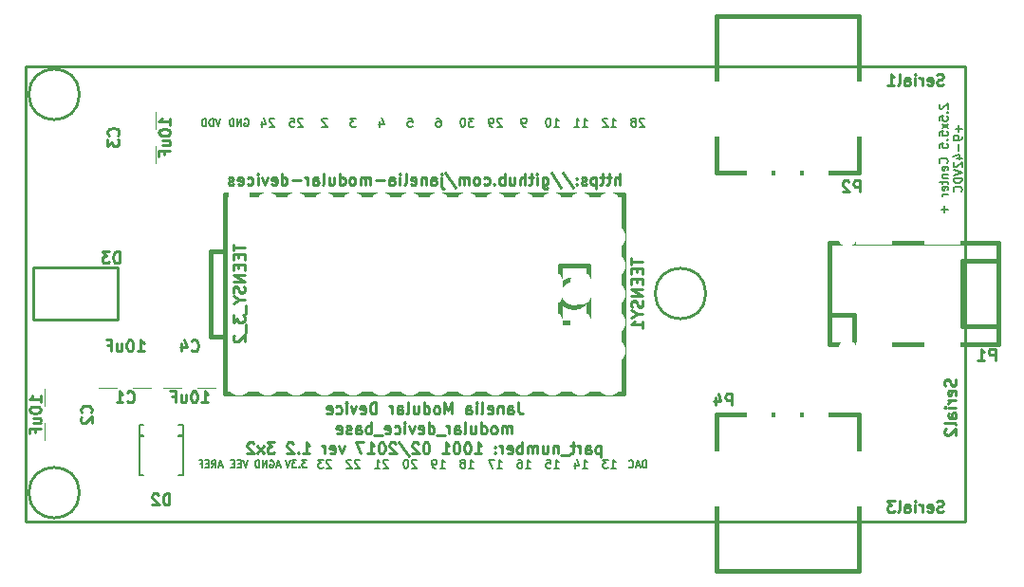
<source format=gbo>
G04 #@! TF.GenerationSoftware,KiCad,Pcbnew,no-vcs-found-7584~57~ubuntu16.04.1*
G04 #@! TF.CreationDate,2017-02-03T12:31:00-05:00*
G04 #@! TF.ProjectId,modular_device_base_3x2,6D6F64756C61725F6465766963655F62,1.2*
G04 #@! TF.FileFunction,Legend,Bot*
G04 #@! TF.FilePolarity,Positive*
%FSLAX46Y46*%
G04 Gerber Fmt 4.6, Leading zero omitted, Abs format (unit mm)*
G04 Created by KiCad (PCBNEW no-vcs-found-7584~57~ubuntu16.04.1) date Fri Feb  3 12:31:00 2017*
%MOMM*%
%LPD*%
G01*
G04 APERTURE LIST*
%ADD10C,0.100000*%
%ADD11C,0.254000*%
%ADD12C,0.228600*%
%ADD13C,0.190500*%
%ADD14C,0.150000*%
%ADD15C,0.127000*%
%ADD16C,0.381000*%
%ADD17C,0.158750*%
%ADD18R,2.900000X3.110000*%
%ADD19R,1.670000X2.940000*%
%ADD20R,2.940000X1.670000*%
%ADD21R,2.178000X4.591000*%
%ADD22C,1.600200*%
%ADD23R,2.997200X5.029200*%
%ADD24O,2.940000X1.924000*%
%ADD25O,5.480000X3.448000*%
%ADD26O,2.432000X1.924000*%
%ADD27O,1.924000X2.432000*%
%ADD28R,5.160000X4.000000*%
%ADD29R,1.640000X1.800000*%
%ADD30R,3.200000X2.800000*%
%ADD31C,2.400000*%
%ADD32C,2.600000*%
%ADD33C,3.956000*%
%ADD34O,2.254200X2.940000*%
%ADD35R,2.254200X2.940000*%
%ADD36R,1.924000X2.940000*%
%ADD37O,1.924000X2.940000*%
G04 APERTURE END LIST*
D10*
D11*
X112667142Y-89994619D02*
X112667142Y-88978619D01*
X112231714Y-89994619D02*
X112231714Y-89462428D01*
X112280095Y-89365666D01*
X112376857Y-89317285D01*
X112522000Y-89317285D01*
X112618761Y-89365666D01*
X112667142Y-89414047D01*
X111893047Y-89317285D02*
X111506000Y-89317285D01*
X111747904Y-88978619D02*
X111747904Y-89849476D01*
X111699523Y-89946238D01*
X111602761Y-89994619D01*
X111506000Y-89994619D01*
X111312476Y-89317285D02*
X110925428Y-89317285D01*
X111167333Y-88978619D02*
X111167333Y-89849476D01*
X111118952Y-89946238D01*
X111022190Y-89994619D01*
X110925428Y-89994619D01*
X110586761Y-89317285D02*
X110586761Y-90333285D01*
X110586761Y-89365666D02*
X110490000Y-89317285D01*
X110296476Y-89317285D01*
X110199714Y-89365666D01*
X110151333Y-89414047D01*
X110102952Y-89510809D01*
X110102952Y-89801095D01*
X110151333Y-89897857D01*
X110199714Y-89946238D01*
X110296476Y-89994619D01*
X110490000Y-89994619D01*
X110586761Y-89946238D01*
X109715904Y-89946238D02*
X109619142Y-89994619D01*
X109425619Y-89994619D01*
X109328857Y-89946238D01*
X109280476Y-89849476D01*
X109280476Y-89801095D01*
X109328857Y-89704333D01*
X109425619Y-89655952D01*
X109570761Y-89655952D01*
X109667523Y-89607571D01*
X109715904Y-89510809D01*
X109715904Y-89462428D01*
X109667523Y-89365666D01*
X109570761Y-89317285D01*
X109425619Y-89317285D01*
X109328857Y-89365666D01*
X108845047Y-89897857D02*
X108796666Y-89946238D01*
X108845047Y-89994619D01*
X108893428Y-89946238D01*
X108845047Y-89897857D01*
X108845047Y-89994619D01*
X108845047Y-89365666D02*
X108796666Y-89414047D01*
X108845047Y-89462428D01*
X108893428Y-89414047D01*
X108845047Y-89365666D01*
X108845047Y-89462428D01*
X107635523Y-88930238D02*
X108506380Y-90236523D01*
X106571142Y-88930238D02*
X107442000Y-90236523D01*
X105797047Y-89317285D02*
X105797047Y-90139761D01*
X105845428Y-90236523D01*
X105893809Y-90284904D01*
X105990571Y-90333285D01*
X106135714Y-90333285D01*
X106232476Y-90284904D01*
X105797047Y-89946238D02*
X105893809Y-89994619D01*
X106087333Y-89994619D01*
X106184095Y-89946238D01*
X106232476Y-89897857D01*
X106280857Y-89801095D01*
X106280857Y-89510809D01*
X106232476Y-89414047D01*
X106184095Y-89365666D01*
X106087333Y-89317285D01*
X105893809Y-89317285D01*
X105797047Y-89365666D01*
X105313238Y-89994619D02*
X105313238Y-89317285D01*
X105313238Y-88978619D02*
X105361619Y-89027000D01*
X105313238Y-89075380D01*
X105264857Y-89027000D01*
X105313238Y-88978619D01*
X105313238Y-89075380D01*
X104974571Y-89317285D02*
X104587523Y-89317285D01*
X104829428Y-88978619D02*
X104829428Y-89849476D01*
X104781047Y-89946238D01*
X104684285Y-89994619D01*
X104587523Y-89994619D01*
X104248857Y-89994619D02*
X104248857Y-88978619D01*
X103813428Y-89994619D02*
X103813428Y-89462428D01*
X103861809Y-89365666D01*
X103958571Y-89317285D01*
X104103714Y-89317285D01*
X104200476Y-89365666D01*
X104248857Y-89414047D01*
X102894190Y-89317285D02*
X102894190Y-89994619D01*
X103329619Y-89317285D02*
X103329619Y-89849476D01*
X103281238Y-89946238D01*
X103184476Y-89994619D01*
X103039333Y-89994619D01*
X102942571Y-89946238D01*
X102894190Y-89897857D01*
X102410380Y-89994619D02*
X102410380Y-88978619D01*
X102410380Y-89365666D02*
X102313619Y-89317285D01*
X102120095Y-89317285D01*
X102023333Y-89365666D01*
X101974952Y-89414047D01*
X101926571Y-89510809D01*
X101926571Y-89801095D01*
X101974952Y-89897857D01*
X102023333Y-89946238D01*
X102120095Y-89994619D01*
X102313619Y-89994619D01*
X102410380Y-89946238D01*
X101491142Y-89897857D02*
X101442761Y-89946238D01*
X101491142Y-89994619D01*
X101539523Y-89946238D01*
X101491142Y-89897857D01*
X101491142Y-89994619D01*
X100571904Y-89946238D02*
X100668666Y-89994619D01*
X100862190Y-89994619D01*
X100958952Y-89946238D01*
X101007333Y-89897857D01*
X101055714Y-89801095D01*
X101055714Y-89510809D01*
X101007333Y-89414047D01*
X100958952Y-89365666D01*
X100862190Y-89317285D01*
X100668666Y-89317285D01*
X100571904Y-89365666D01*
X99991333Y-89994619D02*
X100088095Y-89946238D01*
X100136476Y-89897857D01*
X100184857Y-89801095D01*
X100184857Y-89510809D01*
X100136476Y-89414047D01*
X100088095Y-89365666D01*
X99991333Y-89317285D01*
X99846190Y-89317285D01*
X99749428Y-89365666D01*
X99701047Y-89414047D01*
X99652666Y-89510809D01*
X99652666Y-89801095D01*
X99701047Y-89897857D01*
X99749428Y-89946238D01*
X99846190Y-89994619D01*
X99991333Y-89994619D01*
X99217238Y-89994619D02*
X99217238Y-89317285D01*
X99217238Y-89414047D02*
X99168857Y-89365666D01*
X99072095Y-89317285D01*
X98926952Y-89317285D01*
X98830190Y-89365666D01*
X98781809Y-89462428D01*
X98781809Y-89994619D01*
X98781809Y-89462428D02*
X98733428Y-89365666D01*
X98636666Y-89317285D01*
X98491523Y-89317285D01*
X98394761Y-89365666D01*
X98346380Y-89462428D01*
X98346380Y-89994619D01*
X97136857Y-88930238D02*
X98007714Y-90236523D01*
X96798190Y-89317285D02*
X96798190Y-90188142D01*
X96846571Y-90284904D01*
X96943333Y-90333285D01*
X96991714Y-90333285D01*
X96798190Y-88978619D02*
X96846571Y-89027000D01*
X96798190Y-89075380D01*
X96749809Y-89027000D01*
X96798190Y-88978619D01*
X96798190Y-89075380D01*
X95878952Y-89994619D02*
X95878952Y-89462428D01*
X95927333Y-89365666D01*
X96024095Y-89317285D01*
X96217619Y-89317285D01*
X96314380Y-89365666D01*
X95878952Y-89946238D02*
X95975714Y-89994619D01*
X96217619Y-89994619D01*
X96314380Y-89946238D01*
X96362761Y-89849476D01*
X96362761Y-89752714D01*
X96314380Y-89655952D01*
X96217619Y-89607571D01*
X95975714Y-89607571D01*
X95878952Y-89559190D01*
X95395142Y-89317285D02*
X95395142Y-89994619D01*
X95395142Y-89414047D02*
X95346761Y-89365666D01*
X95250000Y-89317285D01*
X95104857Y-89317285D01*
X95008095Y-89365666D01*
X94959714Y-89462428D01*
X94959714Y-89994619D01*
X94088857Y-89946238D02*
X94185619Y-89994619D01*
X94379142Y-89994619D01*
X94475904Y-89946238D01*
X94524285Y-89849476D01*
X94524285Y-89462428D01*
X94475904Y-89365666D01*
X94379142Y-89317285D01*
X94185619Y-89317285D01*
X94088857Y-89365666D01*
X94040476Y-89462428D01*
X94040476Y-89559190D01*
X94524285Y-89655952D01*
X93459904Y-89994619D02*
X93556666Y-89946238D01*
X93605047Y-89849476D01*
X93605047Y-88978619D01*
X93072857Y-89994619D02*
X93072857Y-89317285D01*
X93072857Y-88978619D02*
X93121238Y-89027000D01*
X93072857Y-89075380D01*
X93024476Y-89027000D01*
X93072857Y-88978619D01*
X93072857Y-89075380D01*
X92153619Y-89994619D02*
X92153619Y-89462428D01*
X92202000Y-89365666D01*
X92298761Y-89317285D01*
X92492285Y-89317285D01*
X92589047Y-89365666D01*
X92153619Y-89946238D02*
X92250380Y-89994619D01*
X92492285Y-89994619D01*
X92589047Y-89946238D01*
X92637428Y-89849476D01*
X92637428Y-89752714D01*
X92589047Y-89655952D01*
X92492285Y-89607571D01*
X92250380Y-89607571D01*
X92153619Y-89559190D01*
X91669809Y-89607571D02*
X90895714Y-89607571D01*
X90411904Y-89994619D02*
X90411904Y-89317285D01*
X90411904Y-89414047D02*
X90363523Y-89365666D01*
X90266761Y-89317285D01*
X90121619Y-89317285D01*
X90024857Y-89365666D01*
X89976476Y-89462428D01*
X89976476Y-89994619D01*
X89976476Y-89462428D02*
X89928095Y-89365666D01*
X89831333Y-89317285D01*
X89686190Y-89317285D01*
X89589428Y-89365666D01*
X89541047Y-89462428D01*
X89541047Y-89994619D01*
X88912095Y-89994619D02*
X89008857Y-89946238D01*
X89057238Y-89897857D01*
X89105619Y-89801095D01*
X89105619Y-89510809D01*
X89057238Y-89414047D01*
X89008857Y-89365666D01*
X88912095Y-89317285D01*
X88766952Y-89317285D01*
X88670190Y-89365666D01*
X88621809Y-89414047D01*
X88573428Y-89510809D01*
X88573428Y-89801095D01*
X88621809Y-89897857D01*
X88670190Y-89946238D01*
X88766952Y-89994619D01*
X88912095Y-89994619D01*
X87702571Y-89994619D02*
X87702571Y-88978619D01*
X87702571Y-89946238D02*
X87799333Y-89994619D01*
X87992857Y-89994619D01*
X88089619Y-89946238D01*
X88138000Y-89897857D01*
X88186380Y-89801095D01*
X88186380Y-89510809D01*
X88138000Y-89414047D01*
X88089619Y-89365666D01*
X87992857Y-89317285D01*
X87799333Y-89317285D01*
X87702571Y-89365666D01*
X86783333Y-89317285D02*
X86783333Y-89994619D01*
X87218761Y-89317285D02*
X87218761Y-89849476D01*
X87170380Y-89946238D01*
X87073619Y-89994619D01*
X86928476Y-89994619D01*
X86831714Y-89946238D01*
X86783333Y-89897857D01*
X86154380Y-89994619D02*
X86251142Y-89946238D01*
X86299523Y-89849476D01*
X86299523Y-88978619D01*
X85331904Y-89994619D02*
X85331904Y-89462428D01*
X85380285Y-89365666D01*
X85477047Y-89317285D01*
X85670571Y-89317285D01*
X85767333Y-89365666D01*
X85331904Y-89946238D02*
X85428666Y-89994619D01*
X85670571Y-89994619D01*
X85767333Y-89946238D01*
X85815714Y-89849476D01*
X85815714Y-89752714D01*
X85767333Y-89655952D01*
X85670571Y-89607571D01*
X85428666Y-89607571D01*
X85331904Y-89559190D01*
X84848095Y-89994619D02*
X84848095Y-89317285D01*
X84848095Y-89510809D02*
X84799714Y-89414047D01*
X84751333Y-89365666D01*
X84654571Y-89317285D01*
X84557809Y-89317285D01*
X84219142Y-89607571D02*
X83445047Y-89607571D01*
X82525809Y-89994619D02*
X82525809Y-88978619D01*
X82525809Y-89946238D02*
X82622571Y-89994619D01*
X82816095Y-89994619D01*
X82912857Y-89946238D01*
X82961238Y-89897857D01*
X83009619Y-89801095D01*
X83009619Y-89510809D01*
X82961238Y-89414047D01*
X82912857Y-89365666D01*
X82816095Y-89317285D01*
X82622571Y-89317285D01*
X82525809Y-89365666D01*
X81654952Y-89946238D02*
X81751714Y-89994619D01*
X81945238Y-89994619D01*
X82042000Y-89946238D01*
X82090380Y-89849476D01*
X82090380Y-89462428D01*
X82042000Y-89365666D01*
X81945238Y-89317285D01*
X81751714Y-89317285D01*
X81654952Y-89365666D01*
X81606571Y-89462428D01*
X81606571Y-89559190D01*
X82090380Y-89655952D01*
X81267904Y-89317285D02*
X81026000Y-89994619D01*
X80784095Y-89317285D01*
X80397047Y-89994619D02*
X80397047Y-89317285D01*
X80397047Y-88978619D02*
X80445428Y-89027000D01*
X80397047Y-89075380D01*
X80348666Y-89027000D01*
X80397047Y-88978619D01*
X80397047Y-89075380D01*
X79477809Y-89946238D02*
X79574571Y-89994619D01*
X79768095Y-89994619D01*
X79864857Y-89946238D01*
X79913238Y-89897857D01*
X79961619Y-89801095D01*
X79961619Y-89510809D01*
X79913238Y-89414047D01*
X79864857Y-89365666D01*
X79768095Y-89317285D01*
X79574571Y-89317285D01*
X79477809Y-89365666D01*
X78655333Y-89946238D02*
X78752095Y-89994619D01*
X78945619Y-89994619D01*
X79042380Y-89946238D01*
X79090761Y-89849476D01*
X79090761Y-89462428D01*
X79042380Y-89365666D01*
X78945619Y-89317285D01*
X78752095Y-89317285D01*
X78655333Y-89365666D01*
X78606952Y-89462428D01*
X78606952Y-89559190D01*
X79090761Y-89655952D01*
X78219904Y-89946238D02*
X78123142Y-89994619D01*
X77929619Y-89994619D01*
X77832857Y-89946238D01*
X77784476Y-89849476D01*
X77784476Y-89801095D01*
X77832857Y-89704333D01*
X77929619Y-89655952D01*
X78074761Y-89655952D01*
X78171523Y-89607571D01*
X78219904Y-89510809D01*
X78219904Y-89462428D01*
X78171523Y-89365666D01*
X78074761Y-89317285D01*
X77929619Y-89317285D01*
X77832857Y-89365666D01*
D12*
X143510000Y-79375000D02*
X59690000Y-79375000D01*
X143510000Y-120015000D02*
X143510000Y-79375000D01*
X59690000Y-120015000D02*
X143510000Y-120015000D01*
D11*
X103644095Y-109425619D02*
X103644095Y-110151333D01*
X103692476Y-110296476D01*
X103789238Y-110393238D01*
X103934380Y-110441619D01*
X104031142Y-110441619D01*
X102724857Y-110441619D02*
X102724857Y-109909428D01*
X102773238Y-109812666D01*
X102870000Y-109764285D01*
X103063523Y-109764285D01*
X103160285Y-109812666D01*
X102724857Y-110393238D02*
X102821619Y-110441619D01*
X103063523Y-110441619D01*
X103160285Y-110393238D01*
X103208666Y-110296476D01*
X103208666Y-110199714D01*
X103160285Y-110102952D01*
X103063523Y-110054571D01*
X102821619Y-110054571D01*
X102724857Y-110006190D01*
X102241047Y-109764285D02*
X102241047Y-110441619D01*
X102241047Y-109861047D02*
X102192666Y-109812666D01*
X102095904Y-109764285D01*
X101950761Y-109764285D01*
X101854000Y-109812666D01*
X101805619Y-109909428D01*
X101805619Y-110441619D01*
X100934761Y-110393238D02*
X101031523Y-110441619D01*
X101225047Y-110441619D01*
X101321809Y-110393238D01*
X101370190Y-110296476D01*
X101370190Y-109909428D01*
X101321809Y-109812666D01*
X101225047Y-109764285D01*
X101031523Y-109764285D01*
X100934761Y-109812666D01*
X100886380Y-109909428D01*
X100886380Y-110006190D01*
X101370190Y-110102952D01*
X100305809Y-110441619D02*
X100402571Y-110393238D01*
X100450952Y-110296476D01*
X100450952Y-109425619D01*
X99918761Y-110441619D02*
X99918761Y-109764285D01*
X99918761Y-109425619D02*
X99967142Y-109474000D01*
X99918761Y-109522380D01*
X99870380Y-109474000D01*
X99918761Y-109425619D01*
X99918761Y-109522380D01*
X98999523Y-110441619D02*
X98999523Y-109909428D01*
X99047904Y-109812666D01*
X99144666Y-109764285D01*
X99338190Y-109764285D01*
X99434952Y-109812666D01*
X98999523Y-110393238D02*
X99096285Y-110441619D01*
X99338190Y-110441619D01*
X99434952Y-110393238D01*
X99483333Y-110296476D01*
X99483333Y-110199714D01*
X99434952Y-110102952D01*
X99338190Y-110054571D01*
X99096285Y-110054571D01*
X98999523Y-110006190D01*
X97741619Y-110441619D02*
X97741619Y-109425619D01*
X97402952Y-110151333D01*
X97064285Y-109425619D01*
X97064285Y-110441619D01*
X96435333Y-110441619D02*
X96532095Y-110393238D01*
X96580476Y-110344857D01*
X96628857Y-110248095D01*
X96628857Y-109957809D01*
X96580476Y-109861047D01*
X96532095Y-109812666D01*
X96435333Y-109764285D01*
X96290190Y-109764285D01*
X96193428Y-109812666D01*
X96145047Y-109861047D01*
X96096666Y-109957809D01*
X96096666Y-110248095D01*
X96145047Y-110344857D01*
X96193428Y-110393238D01*
X96290190Y-110441619D01*
X96435333Y-110441619D01*
X95225809Y-110441619D02*
X95225809Y-109425619D01*
X95225809Y-110393238D02*
X95322571Y-110441619D01*
X95516095Y-110441619D01*
X95612857Y-110393238D01*
X95661238Y-110344857D01*
X95709619Y-110248095D01*
X95709619Y-109957809D01*
X95661238Y-109861047D01*
X95612857Y-109812666D01*
X95516095Y-109764285D01*
X95322571Y-109764285D01*
X95225809Y-109812666D01*
X94306571Y-109764285D02*
X94306571Y-110441619D01*
X94742000Y-109764285D02*
X94742000Y-110296476D01*
X94693619Y-110393238D01*
X94596857Y-110441619D01*
X94451714Y-110441619D01*
X94354952Y-110393238D01*
X94306571Y-110344857D01*
X93677619Y-110441619D02*
X93774380Y-110393238D01*
X93822761Y-110296476D01*
X93822761Y-109425619D01*
X92855142Y-110441619D02*
X92855142Y-109909428D01*
X92903523Y-109812666D01*
X93000285Y-109764285D01*
X93193809Y-109764285D01*
X93290571Y-109812666D01*
X92855142Y-110393238D02*
X92951904Y-110441619D01*
X93193809Y-110441619D01*
X93290571Y-110393238D01*
X93338952Y-110296476D01*
X93338952Y-110199714D01*
X93290571Y-110102952D01*
X93193809Y-110054571D01*
X92951904Y-110054571D01*
X92855142Y-110006190D01*
X92371333Y-110441619D02*
X92371333Y-109764285D01*
X92371333Y-109957809D02*
X92322952Y-109861047D01*
X92274571Y-109812666D01*
X92177809Y-109764285D01*
X92081047Y-109764285D01*
X90968285Y-110441619D02*
X90968285Y-109425619D01*
X90726380Y-109425619D01*
X90581238Y-109474000D01*
X90484476Y-109570761D01*
X90436095Y-109667523D01*
X90387714Y-109861047D01*
X90387714Y-110006190D01*
X90436095Y-110199714D01*
X90484476Y-110296476D01*
X90581238Y-110393238D01*
X90726380Y-110441619D01*
X90968285Y-110441619D01*
X89565238Y-110393238D02*
X89662000Y-110441619D01*
X89855523Y-110441619D01*
X89952285Y-110393238D01*
X90000666Y-110296476D01*
X90000666Y-109909428D01*
X89952285Y-109812666D01*
X89855523Y-109764285D01*
X89662000Y-109764285D01*
X89565238Y-109812666D01*
X89516857Y-109909428D01*
X89516857Y-110006190D01*
X90000666Y-110102952D01*
X89178190Y-109764285D02*
X88936285Y-110441619D01*
X88694380Y-109764285D01*
X88307333Y-110441619D02*
X88307333Y-109764285D01*
X88307333Y-109425619D02*
X88355714Y-109474000D01*
X88307333Y-109522380D01*
X88258952Y-109474000D01*
X88307333Y-109425619D01*
X88307333Y-109522380D01*
X87388095Y-110393238D02*
X87484857Y-110441619D01*
X87678380Y-110441619D01*
X87775142Y-110393238D01*
X87823523Y-110344857D01*
X87871904Y-110248095D01*
X87871904Y-109957809D01*
X87823523Y-109861047D01*
X87775142Y-109812666D01*
X87678380Y-109764285D01*
X87484857Y-109764285D01*
X87388095Y-109812666D01*
X86565619Y-110393238D02*
X86662380Y-110441619D01*
X86855904Y-110441619D01*
X86952666Y-110393238D01*
X87001047Y-110296476D01*
X87001047Y-109909428D01*
X86952666Y-109812666D01*
X86855904Y-109764285D01*
X86662380Y-109764285D01*
X86565619Y-109812666D01*
X86517238Y-109909428D01*
X86517238Y-110006190D01*
X87001047Y-110102952D01*
X103039333Y-112219619D02*
X103039333Y-111542285D01*
X103039333Y-111639047D02*
X102990952Y-111590666D01*
X102894190Y-111542285D01*
X102749047Y-111542285D01*
X102652285Y-111590666D01*
X102603904Y-111687428D01*
X102603904Y-112219619D01*
X102603904Y-111687428D02*
X102555523Y-111590666D01*
X102458761Y-111542285D01*
X102313619Y-111542285D01*
X102216857Y-111590666D01*
X102168476Y-111687428D01*
X102168476Y-112219619D01*
X101539523Y-112219619D02*
X101636285Y-112171238D01*
X101684666Y-112122857D01*
X101733047Y-112026095D01*
X101733047Y-111735809D01*
X101684666Y-111639047D01*
X101636285Y-111590666D01*
X101539523Y-111542285D01*
X101394380Y-111542285D01*
X101297619Y-111590666D01*
X101249238Y-111639047D01*
X101200857Y-111735809D01*
X101200857Y-112026095D01*
X101249238Y-112122857D01*
X101297619Y-112171238D01*
X101394380Y-112219619D01*
X101539523Y-112219619D01*
X100330000Y-112219619D02*
X100330000Y-111203619D01*
X100330000Y-112171238D02*
X100426761Y-112219619D01*
X100620285Y-112219619D01*
X100717047Y-112171238D01*
X100765428Y-112122857D01*
X100813809Y-112026095D01*
X100813809Y-111735809D01*
X100765428Y-111639047D01*
X100717047Y-111590666D01*
X100620285Y-111542285D01*
X100426761Y-111542285D01*
X100330000Y-111590666D01*
X99410761Y-111542285D02*
X99410761Y-112219619D01*
X99846190Y-111542285D02*
X99846190Y-112074476D01*
X99797809Y-112171238D01*
X99701047Y-112219619D01*
X99555904Y-112219619D01*
X99459142Y-112171238D01*
X99410761Y-112122857D01*
X98781809Y-112219619D02*
X98878571Y-112171238D01*
X98926952Y-112074476D01*
X98926952Y-111203619D01*
X97959333Y-112219619D02*
X97959333Y-111687428D01*
X98007714Y-111590666D01*
X98104476Y-111542285D01*
X98298000Y-111542285D01*
X98394761Y-111590666D01*
X97959333Y-112171238D02*
X98056095Y-112219619D01*
X98298000Y-112219619D01*
X98394761Y-112171238D01*
X98443142Y-112074476D01*
X98443142Y-111977714D01*
X98394761Y-111880952D01*
X98298000Y-111832571D01*
X98056095Y-111832571D01*
X97959333Y-111784190D01*
X97475523Y-112219619D02*
X97475523Y-111542285D01*
X97475523Y-111735809D02*
X97427142Y-111639047D01*
X97378761Y-111590666D01*
X97282000Y-111542285D01*
X97185238Y-111542285D01*
X97088476Y-112316380D02*
X96314380Y-112316380D01*
X95637047Y-112219619D02*
X95637047Y-111203619D01*
X95637047Y-112171238D02*
X95733809Y-112219619D01*
X95927333Y-112219619D01*
X96024095Y-112171238D01*
X96072476Y-112122857D01*
X96120857Y-112026095D01*
X96120857Y-111735809D01*
X96072476Y-111639047D01*
X96024095Y-111590666D01*
X95927333Y-111542285D01*
X95733809Y-111542285D01*
X95637047Y-111590666D01*
X94766190Y-112171238D02*
X94862952Y-112219619D01*
X95056476Y-112219619D01*
X95153238Y-112171238D01*
X95201619Y-112074476D01*
X95201619Y-111687428D01*
X95153238Y-111590666D01*
X95056476Y-111542285D01*
X94862952Y-111542285D01*
X94766190Y-111590666D01*
X94717809Y-111687428D01*
X94717809Y-111784190D01*
X95201619Y-111880952D01*
X94379142Y-111542285D02*
X94137238Y-112219619D01*
X93895333Y-111542285D01*
X93508285Y-112219619D02*
X93508285Y-111542285D01*
X93508285Y-111203619D02*
X93556666Y-111252000D01*
X93508285Y-111300380D01*
X93459904Y-111252000D01*
X93508285Y-111203619D01*
X93508285Y-111300380D01*
X92589047Y-112171238D02*
X92685809Y-112219619D01*
X92879333Y-112219619D01*
X92976095Y-112171238D01*
X93024476Y-112122857D01*
X93072857Y-112026095D01*
X93072857Y-111735809D01*
X93024476Y-111639047D01*
X92976095Y-111590666D01*
X92879333Y-111542285D01*
X92685809Y-111542285D01*
X92589047Y-111590666D01*
X91766571Y-112171238D02*
X91863333Y-112219619D01*
X92056857Y-112219619D01*
X92153619Y-112171238D01*
X92202000Y-112074476D01*
X92202000Y-111687428D01*
X92153619Y-111590666D01*
X92056857Y-111542285D01*
X91863333Y-111542285D01*
X91766571Y-111590666D01*
X91718190Y-111687428D01*
X91718190Y-111784190D01*
X92202000Y-111880952D01*
X91524666Y-112316380D02*
X90750571Y-112316380D01*
X90508666Y-112219619D02*
X90508666Y-111203619D01*
X90508666Y-111590666D02*
X90411904Y-111542285D01*
X90218380Y-111542285D01*
X90121619Y-111590666D01*
X90073238Y-111639047D01*
X90024857Y-111735809D01*
X90024857Y-112026095D01*
X90073238Y-112122857D01*
X90121619Y-112171238D01*
X90218380Y-112219619D01*
X90411904Y-112219619D01*
X90508666Y-112171238D01*
X89154000Y-112219619D02*
X89154000Y-111687428D01*
X89202380Y-111590666D01*
X89299142Y-111542285D01*
X89492666Y-111542285D01*
X89589428Y-111590666D01*
X89154000Y-112171238D02*
X89250761Y-112219619D01*
X89492666Y-112219619D01*
X89589428Y-112171238D01*
X89637809Y-112074476D01*
X89637809Y-111977714D01*
X89589428Y-111880952D01*
X89492666Y-111832571D01*
X89250761Y-111832571D01*
X89154000Y-111784190D01*
X88718571Y-112171238D02*
X88621809Y-112219619D01*
X88428285Y-112219619D01*
X88331523Y-112171238D01*
X88283142Y-112074476D01*
X88283142Y-112026095D01*
X88331523Y-111929333D01*
X88428285Y-111880952D01*
X88573428Y-111880952D01*
X88670190Y-111832571D01*
X88718571Y-111735809D01*
X88718571Y-111687428D01*
X88670190Y-111590666D01*
X88573428Y-111542285D01*
X88428285Y-111542285D01*
X88331523Y-111590666D01*
X87460666Y-112171238D02*
X87557428Y-112219619D01*
X87750952Y-112219619D01*
X87847714Y-112171238D01*
X87896095Y-112074476D01*
X87896095Y-111687428D01*
X87847714Y-111590666D01*
X87750952Y-111542285D01*
X87557428Y-111542285D01*
X87460666Y-111590666D01*
X87412285Y-111687428D01*
X87412285Y-111784190D01*
X87896095Y-111880952D01*
X110998000Y-113320285D02*
X110998000Y-114336285D01*
X110998000Y-113368666D02*
X110901238Y-113320285D01*
X110707714Y-113320285D01*
X110610952Y-113368666D01*
X110562571Y-113417047D01*
X110514190Y-113513809D01*
X110514190Y-113804095D01*
X110562571Y-113900857D01*
X110610952Y-113949238D01*
X110707714Y-113997619D01*
X110901238Y-113997619D01*
X110998000Y-113949238D01*
X109643333Y-113997619D02*
X109643333Y-113465428D01*
X109691714Y-113368666D01*
X109788476Y-113320285D01*
X109982000Y-113320285D01*
X110078761Y-113368666D01*
X109643333Y-113949238D02*
X109740095Y-113997619D01*
X109982000Y-113997619D01*
X110078761Y-113949238D01*
X110127142Y-113852476D01*
X110127142Y-113755714D01*
X110078761Y-113658952D01*
X109982000Y-113610571D01*
X109740095Y-113610571D01*
X109643333Y-113562190D01*
X109159523Y-113997619D02*
X109159523Y-113320285D01*
X109159523Y-113513809D02*
X109111142Y-113417047D01*
X109062761Y-113368666D01*
X108966000Y-113320285D01*
X108869238Y-113320285D01*
X108675714Y-113320285D02*
X108288666Y-113320285D01*
X108530571Y-112981619D02*
X108530571Y-113852476D01*
X108482190Y-113949238D01*
X108385428Y-113997619D01*
X108288666Y-113997619D01*
X108191904Y-114094380D02*
X107417809Y-114094380D01*
X107175904Y-113320285D02*
X107175904Y-113997619D01*
X107175904Y-113417047D02*
X107127523Y-113368666D01*
X107030761Y-113320285D01*
X106885619Y-113320285D01*
X106788857Y-113368666D01*
X106740476Y-113465428D01*
X106740476Y-113997619D01*
X105821238Y-113320285D02*
X105821238Y-113997619D01*
X106256666Y-113320285D02*
X106256666Y-113852476D01*
X106208285Y-113949238D01*
X106111523Y-113997619D01*
X105966380Y-113997619D01*
X105869619Y-113949238D01*
X105821238Y-113900857D01*
X105337428Y-113997619D02*
X105337428Y-113320285D01*
X105337428Y-113417047D02*
X105289047Y-113368666D01*
X105192285Y-113320285D01*
X105047142Y-113320285D01*
X104950380Y-113368666D01*
X104902000Y-113465428D01*
X104902000Y-113997619D01*
X104902000Y-113465428D02*
X104853619Y-113368666D01*
X104756857Y-113320285D01*
X104611714Y-113320285D01*
X104514952Y-113368666D01*
X104466571Y-113465428D01*
X104466571Y-113997619D01*
X103982761Y-113997619D02*
X103982761Y-112981619D01*
X103982761Y-113368666D02*
X103886000Y-113320285D01*
X103692476Y-113320285D01*
X103595714Y-113368666D01*
X103547333Y-113417047D01*
X103498952Y-113513809D01*
X103498952Y-113804095D01*
X103547333Y-113900857D01*
X103595714Y-113949238D01*
X103692476Y-113997619D01*
X103886000Y-113997619D01*
X103982761Y-113949238D01*
X102676476Y-113949238D02*
X102773238Y-113997619D01*
X102966761Y-113997619D01*
X103063523Y-113949238D01*
X103111904Y-113852476D01*
X103111904Y-113465428D01*
X103063523Y-113368666D01*
X102966761Y-113320285D01*
X102773238Y-113320285D01*
X102676476Y-113368666D01*
X102628095Y-113465428D01*
X102628095Y-113562190D01*
X103111904Y-113658952D01*
X102192666Y-113997619D02*
X102192666Y-113320285D01*
X102192666Y-113513809D02*
X102144285Y-113417047D01*
X102095904Y-113368666D01*
X101999142Y-113320285D01*
X101902380Y-113320285D01*
X101563714Y-113900857D02*
X101515333Y-113949238D01*
X101563714Y-113997619D01*
X101612095Y-113949238D01*
X101563714Y-113900857D01*
X101563714Y-113997619D01*
X101563714Y-113368666D02*
X101515333Y-113417047D01*
X101563714Y-113465428D01*
X101612095Y-113417047D01*
X101563714Y-113368666D01*
X101563714Y-113465428D01*
X99773619Y-113997619D02*
X100354190Y-113997619D01*
X100063904Y-113997619D02*
X100063904Y-112981619D01*
X100160666Y-113126761D01*
X100257428Y-113223523D01*
X100354190Y-113271904D01*
X99144666Y-112981619D02*
X99047904Y-112981619D01*
X98951142Y-113030000D01*
X98902761Y-113078380D01*
X98854380Y-113175142D01*
X98806000Y-113368666D01*
X98806000Y-113610571D01*
X98854380Y-113804095D01*
X98902761Y-113900857D01*
X98951142Y-113949238D01*
X99047904Y-113997619D01*
X99144666Y-113997619D01*
X99241428Y-113949238D01*
X99289809Y-113900857D01*
X99338190Y-113804095D01*
X99386571Y-113610571D01*
X99386571Y-113368666D01*
X99338190Y-113175142D01*
X99289809Y-113078380D01*
X99241428Y-113030000D01*
X99144666Y-112981619D01*
X98177047Y-112981619D02*
X98080285Y-112981619D01*
X97983523Y-113030000D01*
X97935142Y-113078380D01*
X97886761Y-113175142D01*
X97838380Y-113368666D01*
X97838380Y-113610571D01*
X97886761Y-113804095D01*
X97935142Y-113900857D01*
X97983523Y-113949238D01*
X98080285Y-113997619D01*
X98177047Y-113997619D01*
X98273809Y-113949238D01*
X98322190Y-113900857D01*
X98370571Y-113804095D01*
X98418952Y-113610571D01*
X98418952Y-113368666D01*
X98370571Y-113175142D01*
X98322190Y-113078380D01*
X98273809Y-113030000D01*
X98177047Y-112981619D01*
X96870761Y-113997619D02*
X97451333Y-113997619D01*
X97161047Y-113997619D02*
X97161047Y-112981619D01*
X97257809Y-113126761D01*
X97354571Y-113223523D01*
X97451333Y-113271904D01*
X95467714Y-112981619D02*
X95370952Y-112981619D01*
X95274190Y-113030000D01*
X95225809Y-113078380D01*
X95177428Y-113175142D01*
X95129047Y-113368666D01*
X95129047Y-113610571D01*
X95177428Y-113804095D01*
X95225809Y-113900857D01*
X95274190Y-113949238D01*
X95370952Y-113997619D01*
X95467714Y-113997619D01*
X95564476Y-113949238D01*
X95612857Y-113900857D01*
X95661238Y-113804095D01*
X95709619Y-113610571D01*
X95709619Y-113368666D01*
X95661238Y-113175142D01*
X95612857Y-113078380D01*
X95564476Y-113030000D01*
X95467714Y-112981619D01*
X94742000Y-113078380D02*
X94693619Y-113030000D01*
X94596857Y-112981619D01*
X94354952Y-112981619D01*
X94258190Y-113030000D01*
X94209809Y-113078380D01*
X94161428Y-113175142D01*
X94161428Y-113271904D01*
X94209809Y-113417047D01*
X94790380Y-113997619D01*
X94161428Y-113997619D01*
X93000285Y-112933238D02*
X93871142Y-114239523D01*
X92710000Y-113078380D02*
X92661619Y-113030000D01*
X92564857Y-112981619D01*
X92322952Y-112981619D01*
X92226190Y-113030000D01*
X92177809Y-113078380D01*
X92129428Y-113175142D01*
X92129428Y-113271904D01*
X92177809Y-113417047D01*
X92758380Y-113997619D01*
X92129428Y-113997619D01*
X91500476Y-112981619D02*
X91403714Y-112981619D01*
X91306952Y-113030000D01*
X91258571Y-113078380D01*
X91210190Y-113175142D01*
X91161809Y-113368666D01*
X91161809Y-113610571D01*
X91210190Y-113804095D01*
X91258571Y-113900857D01*
X91306952Y-113949238D01*
X91403714Y-113997619D01*
X91500476Y-113997619D01*
X91597238Y-113949238D01*
X91645619Y-113900857D01*
X91694000Y-113804095D01*
X91742380Y-113610571D01*
X91742380Y-113368666D01*
X91694000Y-113175142D01*
X91645619Y-113078380D01*
X91597238Y-113030000D01*
X91500476Y-112981619D01*
X90194190Y-113997619D02*
X90774761Y-113997619D01*
X90484476Y-113997619D02*
X90484476Y-112981619D01*
X90581238Y-113126761D01*
X90678000Y-113223523D01*
X90774761Y-113271904D01*
X89855523Y-112981619D02*
X89178190Y-112981619D01*
X89613619Y-113997619D01*
X88113809Y-113320285D02*
X87871904Y-113997619D01*
X87630000Y-113320285D01*
X86855904Y-113949238D02*
X86952666Y-113997619D01*
X87146190Y-113997619D01*
X87242952Y-113949238D01*
X87291333Y-113852476D01*
X87291333Y-113465428D01*
X87242952Y-113368666D01*
X87146190Y-113320285D01*
X86952666Y-113320285D01*
X86855904Y-113368666D01*
X86807523Y-113465428D01*
X86807523Y-113562190D01*
X87291333Y-113658952D01*
X86372095Y-113997619D02*
X86372095Y-113320285D01*
X86372095Y-113513809D02*
X86323714Y-113417047D01*
X86275333Y-113368666D01*
X86178571Y-113320285D01*
X86081809Y-113320285D01*
X84436857Y-113997619D02*
X85017428Y-113997619D01*
X84727142Y-113997619D02*
X84727142Y-112981619D01*
X84823904Y-113126761D01*
X84920666Y-113223523D01*
X85017428Y-113271904D01*
X84001428Y-113900857D02*
X83953047Y-113949238D01*
X84001428Y-113997619D01*
X84049809Y-113949238D01*
X84001428Y-113900857D01*
X84001428Y-113997619D01*
X83566000Y-113078380D02*
X83517619Y-113030000D01*
X83420857Y-112981619D01*
X83178952Y-112981619D01*
X83082190Y-113030000D01*
X83033809Y-113078380D01*
X82985428Y-113175142D01*
X82985428Y-113271904D01*
X83033809Y-113417047D01*
X83614380Y-113997619D01*
X82985428Y-113997619D01*
X81872666Y-112981619D02*
X81243714Y-112981619D01*
X81582380Y-113368666D01*
X81437238Y-113368666D01*
X81340476Y-113417047D01*
X81292095Y-113465428D01*
X81243714Y-113562190D01*
X81243714Y-113804095D01*
X81292095Y-113900857D01*
X81340476Y-113949238D01*
X81437238Y-113997619D01*
X81727523Y-113997619D01*
X81824285Y-113949238D01*
X81872666Y-113900857D01*
X80905047Y-113997619D02*
X80372857Y-113320285D01*
X80905047Y-113320285D02*
X80372857Y-113997619D01*
X80034190Y-113078380D02*
X79985809Y-113030000D01*
X79889047Y-112981619D01*
X79647142Y-112981619D01*
X79550380Y-113030000D01*
X79502000Y-113078380D01*
X79453619Y-113175142D01*
X79453619Y-113271904D01*
X79502000Y-113417047D01*
X80082571Y-113997619D01*
X79453619Y-113997619D01*
D13*
X142929428Y-84690857D02*
X142929428Y-85271428D01*
X143219714Y-84981142D02*
X142639142Y-84981142D01*
X143219714Y-85670571D02*
X143219714Y-85815714D01*
X143183428Y-85888285D01*
X143147142Y-85924571D01*
X143038285Y-85997142D01*
X142893142Y-86033428D01*
X142602857Y-86033428D01*
X142530285Y-85997142D01*
X142494000Y-85960857D01*
X142457714Y-85888285D01*
X142457714Y-85743142D01*
X142494000Y-85670571D01*
X142530285Y-85634285D01*
X142602857Y-85598000D01*
X142784285Y-85598000D01*
X142856857Y-85634285D01*
X142893142Y-85670571D01*
X142929428Y-85743142D01*
X142929428Y-85888285D01*
X142893142Y-85960857D01*
X142856857Y-85997142D01*
X142784285Y-86033428D01*
X142929428Y-86360000D02*
X142929428Y-86940571D01*
X142711714Y-87630000D02*
X143219714Y-87630000D01*
X142421428Y-87448571D02*
X142965714Y-87267142D01*
X142965714Y-87738857D01*
X142530285Y-87992857D02*
X142494000Y-88029142D01*
X142457714Y-88101714D01*
X142457714Y-88283142D01*
X142494000Y-88355714D01*
X142530285Y-88392000D01*
X142602857Y-88428285D01*
X142675428Y-88428285D01*
X142784285Y-88392000D01*
X143219714Y-87956571D01*
X143219714Y-88428285D01*
X142457714Y-88646000D02*
X143219714Y-88900000D01*
X142457714Y-89154000D01*
X143219714Y-89408000D02*
X142457714Y-89408000D01*
X142457714Y-89589428D01*
X142494000Y-89698285D01*
X142566571Y-89770857D01*
X142639142Y-89807142D01*
X142784285Y-89843428D01*
X142893142Y-89843428D01*
X143038285Y-89807142D01*
X143110857Y-89770857D01*
X143183428Y-89698285D01*
X143219714Y-89589428D01*
X143219714Y-89408000D01*
X143147142Y-90605428D02*
X143183428Y-90569142D01*
X143219714Y-90460285D01*
X143219714Y-90387714D01*
X143183428Y-90278857D01*
X143110857Y-90206285D01*
X143038285Y-90170000D01*
X142893142Y-90133714D01*
X142784285Y-90133714D01*
X142639142Y-90170000D01*
X142566571Y-90206285D01*
X142494000Y-90278857D01*
X142457714Y-90387714D01*
X142457714Y-90460285D01*
X142494000Y-90569142D01*
X142530285Y-90605428D01*
D11*
X141556619Y-81056238D02*
X141411476Y-81104619D01*
X141169571Y-81104619D01*
X141072809Y-81056238D01*
X141024428Y-81007857D01*
X140976047Y-80911095D01*
X140976047Y-80814333D01*
X141024428Y-80717571D01*
X141072809Y-80669190D01*
X141169571Y-80620809D01*
X141363095Y-80572428D01*
X141459857Y-80524047D01*
X141508238Y-80475666D01*
X141556619Y-80378904D01*
X141556619Y-80282142D01*
X141508238Y-80185380D01*
X141459857Y-80137000D01*
X141363095Y-80088619D01*
X141121190Y-80088619D01*
X140976047Y-80137000D01*
X140153571Y-81056238D02*
X140250333Y-81104619D01*
X140443857Y-81104619D01*
X140540619Y-81056238D01*
X140589000Y-80959476D01*
X140589000Y-80572428D01*
X140540619Y-80475666D01*
X140443857Y-80427285D01*
X140250333Y-80427285D01*
X140153571Y-80475666D01*
X140105190Y-80572428D01*
X140105190Y-80669190D01*
X140589000Y-80765952D01*
X139669761Y-81104619D02*
X139669761Y-80427285D01*
X139669761Y-80620809D02*
X139621380Y-80524047D01*
X139573000Y-80475666D01*
X139476238Y-80427285D01*
X139379476Y-80427285D01*
X139040809Y-81104619D02*
X139040809Y-80427285D01*
X139040809Y-80088619D02*
X139089190Y-80137000D01*
X139040809Y-80185380D01*
X138992428Y-80137000D01*
X139040809Y-80088619D01*
X139040809Y-80185380D01*
X138121571Y-81104619D02*
X138121571Y-80572428D01*
X138169952Y-80475666D01*
X138266714Y-80427285D01*
X138460238Y-80427285D01*
X138557000Y-80475666D01*
X138121571Y-81056238D02*
X138218333Y-81104619D01*
X138460238Y-81104619D01*
X138557000Y-81056238D01*
X138605380Y-80959476D01*
X138605380Y-80862714D01*
X138557000Y-80765952D01*
X138460238Y-80717571D01*
X138218333Y-80717571D01*
X138121571Y-80669190D01*
X137492619Y-81104619D02*
X137589380Y-81056238D01*
X137637761Y-80959476D01*
X137637761Y-80088619D01*
X136573380Y-81104619D02*
X137153952Y-81104619D01*
X136863666Y-81104619D02*
X136863666Y-80088619D01*
X136960428Y-80233761D01*
X137057190Y-80330523D01*
X137153952Y-80378904D01*
X141556619Y-119156238D02*
X141411476Y-119204619D01*
X141169571Y-119204619D01*
X141072809Y-119156238D01*
X141024428Y-119107857D01*
X140976047Y-119011095D01*
X140976047Y-118914333D01*
X141024428Y-118817571D01*
X141072809Y-118769190D01*
X141169571Y-118720809D01*
X141363095Y-118672428D01*
X141459857Y-118624047D01*
X141508238Y-118575666D01*
X141556619Y-118478904D01*
X141556619Y-118382142D01*
X141508238Y-118285380D01*
X141459857Y-118237000D01*
X141363095Y-118188619D01*
X141121190Y-118188619D01*
X140976047Y-118237000D01*
X140153571Y-119156238D02*
X140250333Y-119204619D01*
X140443857Y-119204619D01*
X140540619Y-119156238D01*
X140589000Y-119059476D01*
X140589000Y-118672428D01*
X140540619Y-118575666D01*
X140443857Y-118527285D01*
X140250333Y-118527285D01*
X140153571Y-118575666D01*
X140105190Y-118672428D01*
X140105190Y-118769190D01*
X140589000Y-118865952D01*
X139669761Y-119204619D02*
X139669761Y-118527285D01*
X139669761Y-118720809D02*
X139621380Y-118624047D01*
X139573000Y-118575666D01*
X139476238Y-118527285D01*
X139379476Y-118527285D01*
X139040809Y-119204619D02*
X139040809Y-118527285D01*
X139040809Y-118188619D02*
X139089190Y-118237000D01*
X139040809Y-118285380D01*
X138992428Y-118237000D01*
X139040809Y-118188619D01*
X139040809Y-118285380D01*
X138121571Y-119204619D02*
X138121571Y-118672428D01*
X138169952Y-118575666D01*
X138266714Y-118527285D01*
X138460238Y-118527285D01*
X138557000Y-118575666D01*
X138121571Y-119156238D02*
X138218333Y-119204619D01*
X138460238Y-119204619D01*
X138557000Y-119156238D01*
X138605380Y-119059476D01*
X138605380Y-118962714D01*
X138557000Y-118865952D01*
X138460238Y-118817571D01*
X138218333Y-118817571D01*
X138121571Y-118769190D01*
X137492619Y-119204619D02*
X137589380Y-119156238D01*
X137637761Y-119059476D01*
X137637761Y-118188619D01*
X137202333Y-118188619D02*
X136573380Y-118188619D01*
X136912047Y-118575666D01*
X136766904Y-118575666D01*
X136670142Y-118624047D01*
X136621761Y-118672428D01*
X136573380Y-118769190D01*
X136573380Y-119011095D01*
X136621761Y-119107857D01*
X136670142Y-119156238D01*
X136766904Y-119204619D01*
X137057190Y-119204619D01*
X137153952Y-119156238D01*
X137202333Y-119107857D01*
D13*
X141260285Y-82767714D02*
X141224000Y-82804000D01*
X141187714Y-82876571D01*
X141187714Y-83058000D01*
X141224000Y-83130571D01*
X141260285Y-83166857D01*
X141332857Y-83203142D01*
X141405428Y-83203142D01*
X141514285Y-83166857D01*
X141949714Y-82731428D01*
X141949714Y-83203142D01*
X141877142Y-83529714D02*
X141913428Y-83566000D01*
X141949714Y-83529714D01*
X141913428Y-83493428D01*
X141877142Y-83529714D01*
X141949714Y-83529714D01*
X141187714Y-84255428D02*
X141187714Y-83892571D01*
X141550571Y-83856285D01*
X141514285Y-83892571D01*
X141478000Y-83965142D01*
X141478000Y-84146571D01*
X141514285Y-84219142D01*
X141550571Y-84255428D01*
X141623142Y-84291714D01*
X141804571Y-84291714D01*
X141877142Y-84255428D01*
X141913428Y-84219142D01*
X141949714Y-84146571D01*
X141949714Y-83965142D01*
X141913428Y-83892571D01*
X141877142Y-83856285D01*
X141949714Y-84545714D02*
X141441714Y-84944857D01*
X141441714Y-84545714D02*
X141949714Y-84944857D01*
X141187714Y-85598000D02*
X141187714Y-85235142D01*
X141550571Y-85198857D01*
X141514285Y-85235142D01*
X141478000Y-85307714D01*
X141478000Y-85489142D01*
X141514285Y-85561714D01*
X141550571Y-85598000D01*
X141623142Y-85634285D01*
X141804571Y-85634285D01*
X141877142Y-85598000D01*
X141913428Y-85561714D01*
X141949714Y-85489142D01*
X141949714Y-85307714D01*
X141913428Y-85235142D01*
X141877142Y-85198857D01*
X141877142Y-85960857D02*
X141913428Y-85997142D01*
X141949714Y-85960857D01*
X141913428Y-85924571D01*
X141877142Y-85960857D01*
X141949714Y-85960857D01*
X141187714Y-86686571D02*
X141187714Y-86323714D01*
X141550571Y-86287428D01*
X141514285Y-86323714D01*
X141478000Y-86396285D01*
X141478000Y-86577714D01*
X141514285Y-86650285D01*
X141550571Y-86686571D01*
X141623142Y-86722857D01*
X141804571Y-86722857D01*
X141877142Y-86686571D01*
X141913428Y-86650285D01*
X141949714Y-86577714D01*
X141949714Y-86396285D01*
X141913428Y-86323714D01*
X141877142Y-86287428D01*
X141877142Y-88065428D02*
X141913428Y-88029142D01*
X141949714Y-87920285D01*
X141949714Y-87847714D01*
X141913428Y-87738857D01*
X141840857Y-87666285D01*
X141768285Y-87630000D01*
X141623142Y-87593714D01*
X141514285Y-87593714D01*
X141369142Y-87630000D01*
X141296571Y-87666285D01*
X141224000Y-87738857D01*
X141187714Y-87847714D01*
X141187714Y-87920285D01*
X141224000Y-88029142D01*
X141260285Y-88065428D01*
X141913428Y-88682285D02*
X141949714Y-88609714D01*
X141949714Y-88464571D01*
X141913428Y-88392000D01*
X141840857Y-88355714D01*
X141550571Y-88355714D01*
X141478000Y-88392000D01*
X141441714Y-88464571D01*
X141441714Y-88609714D01*
X141478000Y-88682285D01*
X141550571Y-88718571D01*
X141623142Y-88718571D01*
X141695714Y-88355714D01*
X141441714Y-89045142D02*
X141949714Y-89045142D01*
X141514285Y-89045142D02*
X141478000Y-89081428D01*
X141441714Y-89154000D01*
X141441714Y-89262857D01*
X141478000Y-89335428D01*
X141550571Y-89371714D01*
X141949714Y-89371714D01*
X141441714Y-89625714D02*
X141441714Y-89916000D01*
X141187714Y-89734571D02*
X141840857Y-89734571D01*
X141913428Y-89770857D01*
X141949714Y-89843428D01*
X141949714Y-89916000D01*
X141913428Y-90460285D02*
X141949714Y-90387714D01*
X141949714Y-90242571D01*
X141913428Y-90170000D01*
X141840857Y-90133714D01*
X141550571Y-90133714D01*
X141478000Y-90170000D01*
X141441714Y-90242571D01*
X141441714Y-90387714D01*
X141478000Y-90460285D01*
X141550571Y-90496571D01*
X141623142Y-90496571D01*
X141695714Y-90133714D01*
X141949714Y-90823142D02*
X141441714Y-90823142D01*
X141586857Y-90823142D02*
X141514285Y-90859428D01*
X141478000Y-90895714D01*
X141441714Y-90968285D01*
X141441714Y-91040857D01*
X141659428Y-91875428D02*
X141659428Y-92456000D01*
X141949714Y-92165714D02*
X141369142Y-92165714D01*
D11*
X142651238Y-107363380D02*
X142699619Y-107508523D01*
X142699619Y-107750428D01*
X142651238Y-107847190D01*
X142602857Y-107895571D01*
X142506095Y-107943952D01*
X142409333Y-107943952D01*
X142312571Y-107895571D01*
X142264190Y-107847190D01*
X142215809Y-107750428D01*
X142167428Y-107556904D01*
X142119047Y-107460142D01*
X142070666Y-107411761D01*
X141973904Y-107363380D01*
X141877142Y-107363380D01*
X141780380Y-107411761D01*
X141732000Y-107460142D01*
X141683619Y-107556904D01*
X141683619Y-107798809D01*
X141732000Y-107943952D01*
X142651238Y-108766428D02*
X142699619Y-108669666D01*
X142699619Y-108476142D01*
X142651238Y-108379380D01*
X142554476Y-108331000D01*
X142167428Y-108331000D01*
X142070666Y-108379380D01*
X142022285Y-108476142D01*
X142022285Y-108669666D01*
X142070666Y-108766428D01*
X142167428Y-108814809D01*
X142264190Y-108814809D01*
X142360952Y-108331000D01*
X142699619Y-109250238D02*
X142022285Y-109250238D01*
X142215809Y-109250238D02*
X142119047Y-109298619D01*
X142070666Y-109347000D01*
X142022285Y-109443761D01*
X142022285Y-109540523D01*
X142699619Y-109879190D02*
X142022285Y-109879190D01*
X141683619Y-109879190D02*
X141732000Y-109830809D01*
X141780380Y-109879190D01*
X141732000Y-109927571D01*
X141683619Y-109879190D01*
X141780380Y-109879190D01*
X142699619Y-110798428D02*
X142167428Y-110798428D01*
X142070666Y-110750047D01*
X142022285Y-110653285D01*
X142022285Y-110459761D01*
X142070666Y-110363000D01*
X142651238Y-110798428D02*
X142699619Y-110701666D01*
X142699619Y-110459761D01*
X142651238Y-110363000D01*
X142554476Y-110314619D01*
X142457714Y-110314619D01*
X142360952Y-110363000D01*
X142312571Y-110459761D01*
X142312571Y-110701666D01*
X142264190Y-110798428D01*
X142699619Y-111427380D02*
X142651238Y-111330619D01*
X142554476Y-111282238D01*
X141683619Y-111282238D01*
X141780380Y-111766047D02*
X141732000Y-111814428D01*
X141683619Y-111911190D01*
X141683619Y-112153095D01*
X141732000Y-112249857D01*
X141780380Y-112298238D01*
X141877142Y-112346619D01*
X141973904Y-112346619D01*
X142119047Y-112298238D01*
X142699619Y-111717666D01*
X142699619Y-112346619D01*
D12*
X59690000Y-79375000D02*
X59690000Y-120015000D01*
D14*
X73705000Y-115915000D02*
X73705000Y-111415000D01*
X69805000Y-111415000D02*
X69805000Y-115915000D01*
X70205000Y-112465000D02*
X69805000Y-112465000D01*
X70205000Y-112315000D02*
X70205000Y-112465000D01*
X69805000Y-112315000D02*
X70205000Y-112315000D01*
X73305000Y-112465000D02*
X73705000Y-112465000D01*
X73305000Y-112315000D02*
X73305000Y-112465000D01*
X73705000Y-112315000D02*
X73305000Y-112315000D01*
X69805000Y-115915000D02*
X70205000Y-115915000D01*
X73705000Y-115915000D02*
X73305000Y-115915000D01*
X73705000Y-111415000D02*
X73305000Y-111415000D01*
X69805000Y-111415000D02*
X70205000Y-111415000D01*
D15*
X67818000Y-108077000D02*
X66294000Y-108077000D01*
X66294000Y-108077000D02*
X66294000Y-105283000D01*
X66294000Y-105283000D02*
X67818000Y-105283000D01*
X69342000Y-105283000D02*
X70866000Y-105283000D01*
X70866000Y-105283000D02*
X70866000Y-108077000D01*
X70866000Y-108077000D02*
X69342000Y-108077000D01*
X64262000Y-111252000D02*
X64262000Y-112776000D01*
X64262000Y-112776000D02*
X61468000Y-112776000D01*
X61468000Y-112776000D02*
X61468000Y-111252000D01*
X61468000Y-109728000D02*
X61468000Y-108204000D01*
X61468000Y-108204000D02*
X64262000Y-108204000D01*
X64262000Y-108204000D02*
X64262000Y-109728000D01*
D16*
X133985000Y-74930000D02*
X121285000Y-74930000D01*
X121285000Y-74930000D02*
X121285000Y-88900000D01*
X133985000Y-74930000D02*
X133985000Y-88900000D01*
X133985000Y-88900000D02*
X121285000Y-88900000D01*
X121285000Y-124460000D02*
X133985000Y-124460000D01*
X133985000Y-124460000D02*
X133985000Y-110490000D01*
X121285000Y-124460000D02*
X121285000Y-110490000D01*
X121285000Y-110490000D02*
X133985000Y-110490000D01*
D12*
X67885000Y-101995000D02*
X67885000Y-97395000D01*
X67885000Y-97395000D02*
X60385000Y-97395000D01*
X60385000Y-97395000D02*
X60385000Y-101995000D01*
X60385000Y-101995000D02*
X67885000Y-101995000D01*
D15*
X68453000Y-84963000D02*
X68453000Y-83439000D01*
X68453000Y-83439000D02*
X71247000Y-83439000D01*
X71247000Y-83439000D02*
X71247000Y-84963000D01*
X71247000Y-86487000D02*
X71247000Y-88011000D01*
X71247000Y-88011000D02*
X68453000Y-88011000D01*
X68453000Y-88011000D02*
X68453000Y-86487000D01*
X75057000Y-105283000D02*
X76581000Y-105283000D01*
X76581000Y-105283000D02*
X76581000Y-108077000D01*
X76581000Y-108077000D02*
X75057000Y-108077000D01*
X73533000Y-108077000D02*
X72009000Y-108077000D01*
X72009000Y-108077000D02*
X72009000Y-105283000D01*
X72009000Y-105283000D02*
X73533000Y-105283000D01*
D16*
X133604000Y-104140000D02*
X133604000Y-101600000D01*
X133604000Y-101600000D02*
X131445000Y-101600000D01*
X146431000Y-96774000D02*
X143256000Y-96774000D01*
X143256000Y-96774000D02*
X143256000Y-102616000D01*
X143256000Y-102616000D02*
X146431000Y-102616000D01*
X146430000Y-95195000D02*
X146430000Y-104195000D01*
X146430000Y-104195000D02*
X131430000Y-104195000D01*
X131430000Y-104195000D02*
X131430000Y-95195000D01*
X131430000Y-95195000D02*
X146430000Y-95195000D01*
D12*
X64490600Y-81915000D02*
G75*
G03X64490600Y-81915000I-2260600J0D01*
G01*
X64490600Y-117475000D02*
G75*
G03X64490600Y-117475000I-2260600J0D01*
G01*
X120370600Y-99695000D02*
G75*
G03X120370600Y-99695000I-2260600J0D01*
G01*
D16*
X109855000Y-99695000D02*
G75*
G03X109855000Y-99695000I-1270000J0D01*
G01*
X109855000Y-97155000D02*
X109855000Y-102235000D01*
X109855000Y-102235000D02*
X107315000Y-102235000D01*
X107315000Y-102235000D02*
X107315000Y-97155000D01*
X107315000Y-97155000D02*
X109855000Y-97155000D01*
X77470000Y-95885000D02*
X76200000Y-95885000D01*
X76200000Y-95885000D02*
X76200000Y-103505000D01*
X76200000Y-103505000D02*
X77470000Y-103505000D01*
X77470000Y-90805000D02*
X113030000Y-90805000D01*
X113030000Y-90805000D02*
X113030000Y-108585000D01*
X113030000Y-108585000D02*
X77470000Y-108585000D01*
X77470000Y-108585000D02*
X77470000Y-90805000D01*
D11*
X72504904Y-118569619D02*
X72504904Y-117553619D01*
X72263000Y-117553619D01*
X72117857Y-117602000D01*
X72021095Y-117698761D01*
X71972714Y-117795523D01*
X71924333Y-117989047D01*
X71924333Y-118134190D01*
X71972714Y-118327714D01*
X72021095Y-118424476D01*
X72117857Y-118521238D01*
X72263000Y-118569619D01*
X72504904Y-118569619D01*
X71537285Y-117650380D02*
X71488904Y-117602000D01*
X71392142Y-117553619D01*
X71150238Y-117553619D01*
X71053476Y-117602000D01*
X71005095Y-117650380D01*
X70956714Y-117747142D01*
X70956714Y-117843904D01*
X71005095Y-117989047D01*
X71585666Y-118569619D01*
X70956714Y-118569619D01*
X68749333Y-109328857D02*
X68797714Y-109377238D01*
X68942857Y-109425619D01*
X69039619Y-109425619D01*
X69184761Y-109377238D01*
X69281523Y-109280476D01*
X69329904Y-109183714D01*
X69378285Y-108990190D01*
X69378285Y-108845047D01*
X69329904Y-108651523D01*
X69281523Y-108554761D01*
X69184761Y-108458000D01*
X69039619Y-108409619D01*
X68942857Y-108409619D01*
X68797714Y-108458000D01*
X68749333Y-108506380D01*
X67781714Y-109425619D02*
X68362285Y-109425619D01*
X68072000Y-109425619D02*
X68072000Y-108409619D01*
X68168761Y-108554761D01*
X68265523Y-108651523D01*
X68362285Y-108699904D01*
X69668571Y-104853619D02*
X70249142Y-104853619D01*
X69958857Y-104853619D02*
X69958857Y-103837619D01*
X70055619Y-103982761D01*
X70152380Y-104079523D01*
X70249142Y-104127904D01*
X69039619Y-103837619D02*
X68942857Y-103837619D01*
X68846095Y-103886000D01*
X68797714Y-103934380D01*
X68749333Y-104031142D01*
X68700952Y-104224666D01*
X68700952Y-104466571D01*
X68749333Y-104660095D01*
X68797714Y-104756857D01*
X68846095Y-104805238D01*
X68942857Y-104853619D01*
X69039619Y-104853619D01*
X69136380Y-104805238D01*
X69184761Y-104756857D01*
X69233142Y-104660095D01*
X69281523Y-104466571D01*
X69281523Y-104224666D01*
X69233142Y-104031142D01*
X69184761Y-103934380D01*
X69136380Y-103886000D01*
X69039619Y-103837619D01*
X67830095Y-104176285D02*
X67830095Y-104853619D01*
X68265523Y-104176285D02*
X68265523Y-104708476D01*
X68217142Y-104805238D01*
X68120380Y-104853619D01*
X67975238Y-104853619D01*
X67878476Y-104805238D01*
X67830095Y-104756857D01*
X67007619Y-104321428D02*
X67346285Y-104321428D01*
X67346285Y-104853619D02*
X67346285Y-103837619D01*
X66862476Y-103837619D01*
X65513857Y-110320666D02*
X65562238Y-110272285D01*
X65610619Y-110127142D01*
X65610619Y-110030380D01*
X65562238Y-109885238D01*
X65465476Y-109788476D01*
X65368714Y-109740095D01*
X65175190Y-109691714D01*
X65030047Y-109691714D01*
X64836523Y-109740095D01*
X64739761Y-109788476D01*
X64643000Y-109885238D01*
X64594619Y-110030380D01*
X64594619Y-110127142D01*
X64643000Y-110272285D01*
X64691380Y-110320666D01*
X64691380Y-110707714D02*
X64643000Y-110756095D01*
X64594619Y-110852857D01*
X64594619Y-111094761D01*
X64643000Y-111191523D01*
X64691380Y-111239904D01*
X64788142Y-111288285D01*
X64884904Y-111288285D01*
X65030047Y-111239904D01*
X65610619Y-110659333D01*
X65610619Y-111288285D01*
X61038619Y-109401428D02*
X61038619Y-108820857D01*
X61038619Y-109111142D02*
X60022619Y-109111142D01*
X60167761Y-109014380D01*
X60264523Y-108917619D01*
X60312904Y-108820857D01*
X60022619Y-110030380D02*
X60022619Y-110127142D01*
X60071000Y-110223904D01*
X60119380Y-110272285D01*
X60216142Y-110320666D01*
X60409666Y-110369047D01*
X60651571Y-110369047D01*
X60845095Y-110320666D01*
X60941857Y-110272285D01*
X60990238Y-110223904D01*
X61038619Y-110127142D01*
X61038619Y-110030380D01*
X60990238Y-109933619D01*
X60941857Y-109885238D01*
X60845095Y-109836857D01*
X60651571Y-109788476D01*
X60409666Y-109788476D01*
X60216142Y-109836857D01*
X60119380Y-109885238D01*
X60071000Y-109933619D01*
X60022619Y-110030380D01*
X60361285Y-111239904D02*
X61038619Y-111239904D01*
X60361285Y-110804476D02*
X60893476Y-110804476D01*
X60990238Y-110852857D01*
X61038619Y-110949619D01*
X61038619Y-111094761D01*
X60990238Y-111191523D01*
X60941857Y-111239904D01*
X60506428Y-112062380D02*
X60506428Y-111723714D01*
X61038619Y-111723714D02*
X60022619Y-111723714D01*
X60022619Y-112207523D01*
X134099904Y-90629619D02*
X134099904Y-89613619D01*
X133712857Y-89613619D01*
X133616095Y-89662000D01*
X133567714Y-89710380D01*
X133519333Y-89807142D01*
X133519333Y-89952285D01*
X133567714Y-90049047D01*
X133616095Y-90097428D01*
X133712857Y-90145809D01*
X134099904Y-90145809D01*
X133132285Y-89710380D02*
X133083904Y-89662000D01*
X132987142Y-89613619D01*
X132745238Y-89613619D01*
X132648476Y-89662000D01*
X132600095Y-89710380D01*
X132551714Y-89807142D01*
X132551714Y-89903904D01*
X132600095Y-90049047D01*
X133180666Y-90629619D01*
X132551714Y-90629619D01*
X122669904Y-109679619D02*
X122669904Y-108663619D01*
X122282857Y-108663619D01*
X122186095Y-108712000D01*
X122137714Y-108760380D01*
X122089333Y-108857142D01*
X122089333Y-109002285D01*
X122137714Y-109099047D01*
X122186095Y-109147428D01*
X122282857Y-109195809D01*
X122669904Y-109195809D01*
X121218476Y-109002285D02*
X121218476Y-109679619D01*
X121460380Y-108615238D02*
X121702285Y-109340952D01*
X121073333Y-109340952D01*
X68059904Y-96979619D02*
X68059904Y-95963619D01*
X67818000Y-95963619D01*
X67672857Y-96012000D01*
X67576095Y-96108761D01*
X67527714Y-96205523D01*
X67479333Y-96399047D01*
X67479333Y-96544190D01*
X67527714Y-96737714D01*
X67576095Y-96834476D01*
X67672857Y-96931238D01*
X67818000Y-96979619D01*
X68059904Y-96979619D01*
X67140666Y-95963619D02*
X66511714Y-95963619D01*
X66850380Y-96350666D01*
X66705238Y-96350666D01*
X66608476Y-96399047D01*
X66560095Y-96447428D01*
X66511714Y-96544190D01*
X66511714Y-96786095D01*
X66560095Y-96882857D01*
X66608476Y-96931238D01*
X66705238Y-96979619D01*
X66995523Y-96979619D01*
X67092285Y-96931238D01*
X67140666Y-96882857D01*
X67926857Y-85555666D02*
X67975238Y-85507285D01*
X68023619Y-85362142D01*
X68023619Y-85265380D01*
X67975238Y-85120238D01*
X67878476Y-85023476D01*
X67781714Y-84975095D01*
X67588190Y-84926714D01*
X67443047Y-84926714D01*
X67249523Y-84975095D01*
X67152761Y-85023476D01*
X67056000Y-85120238D01*
X67007619Y-85265380D01*
X67007619Y-85362142D01*
X67056000Y-85507285D01*
X67104380Y-85555666D01*
X67007619Y-85894333D02*
X67007619Y-86523285D01*
X67394666Y-86184619D01*
X67394666Y-86329761D01*
X67443047Y-86426523D01*
X67491428Y-86474904D01*
X67588190Y-86523285D01*
X67830095Y-86523285D01*
X67926857Y-86474904D01*
X67975238Y-86426523D01*
X68023619Y-86329761D01*
X68023619Y-86039476D01*
X67975238Y-85942714D01*
X67926857Y-85894333D01*
X72595619Y-84636428D02*
X72595619Y-84055857D01*
X72595619Y-84346142D02*
X71579619Y-84346142D01*
X71724761Y-84249380D01*
X71821523Y-84152619D01*
X71869904Y-84055857D01*
X71579619Y-85265380D02*
X71579619Y-85362142D01*
X71628000Y-85458904D01*
X71676380Y-85507285D01*
X71773142Y-85555666D01*
X71966666Y-85604047D01*
X72208571Y-85604047D01*
X72402095Y-85555666D01*
X72498857Y-85507285D01*
X72547238Y-85458904D01*
X72595619Y-85362142D01*
X72595619Y-85265380D01*
X72547238Y-85168619D01*
X72498857Y-85120238D01*
X72402095Y-85071857D01*
X72208571Y-85023476D01*
X71966666Y-85023476D01*
X71773142Y-85071857D01*
X71676380Y-85120238D01*
X71628000Y-85168619D01*
X71579619Y-85265380D01*
X71918285Y-86474904D02*
X72595619Y-86474904D01*
X71918285Y-86039476D02*
X72450476Y-86039476D01*
X72547238Y-86087857D01*
X72595619Y-86184619D01*
X72595619Y-86329761D01*
X72547238Y-86426523D01*
X72498857Y-86474904D01*
X72063428Y-87297380D02*
X72063428Y-86958714D01*
X72595619Y-86958714D02*
X71579619Y-86958714D01*
X71579619Y-87442523D01*
X74464333Y-104756857D02*
X74512714Y-104805238D01*
X74657857Y-104853619D01*
X74754619Y-104853619D01*
X74899761Y-104805238D01*
X74996523Y-104708476D01*
X75044904Y-104611714D01*
X75093285Y-104418190D01*
X75093285Y-104273047D01*
X75044904Y-104079523D01*
X74996523Y-103982761D01*
X74899761Y-103886000D01*
X74754619Y-103837619D01*
X74657857Y-103837619D01*
X74512714Y-103886000D01*
X74464333Y-103934380D01*
X73593476Y-104176285D02*
X73593476Y-104853619D01*
X73835380Y-103789238D02*
X74077285Y-104514952D01*
X73448333Y-104514952D01*
X75383571Y-109425619D02*
X75964142Y-109425619D01*
X75673857Y-109425619D02*
X75673857Y-108409619D01*
X75770619Y-108554761D01*
X75867380Y-108651523D01*
X75964142Y-108699904D01*
X74754619Y-108409619D02*
X74657857Y-108409619D01*
X74561095Y-108458000D01*
X74512714Y-108506380D01*
X74464333Y-108603142D01*
X74415952Y-108796666D01*
X74415952Y-109038571D01*
X74464333Y-109232095D01*
X74512714Y-109328857D01*
X74561095Y-109377238D01*
X74657857Y-109425619D01*
X74754619Y-109425619D01*
X74851380Y-109377238D01*
X74899761Y-109328857D01*
X74948142Y-109232095D01*
X74996523Y-109038571D01*
X74996523Y-108796666D01*
X74948142Y-108603142D01*
X74899761Y-108506380D01*
X74851380Y-108458000D01*
X74754619Y-108409619D01*
X73545095Y-108748285D02*
X73545095Y-109425619D01*
X73980523Y-108748285D02*
X73980523Y-109280476D01*
X73932142Y-109377238D01*
X73835380Y-109425619D01*
X73690238Y-109425619D01*
X73593476Y-109377238D01*
X73545095Y-109328857D01*
X72722619Y-108893428D02*
X73061285Y-108893428D01*
X73061285Y-109425619D02*
X73061285Y-108409619D01*
X72577476Y-108409619D01*
X146179904Y-105654619D02*
X146179904Y-104638619D01*
X145792857Y-104638619D01*
X145696095Y-104687000D01*
X145647714Y-104735380D01*
X145599333Y-104832142D01*
X145599333Y-104977285D01*
X145647714Y-105074047D01*
X145696095Y-105122428D01*
X145792857Y-105170809D01*
X146179904Y-105170809D01*
X144631714Y-105654619D02*
X145212285Y-105654619D01*
X144922000Y-105654619D02*
X144922000Y-104638619D01*
X145018761Y-104783761D01*
X145115523Y-104880523D01*
X145212285Y-104928904D01*
D17*
X115055952Y-115222261D02*
X115055952Y-114587261D01*
X114904761Y-114587261D01*
X114814047Y-114617500D01*
X114753571Y-114677976D01*
X114723333Y-114738452D01*
X114693095Y-114859404D01*
X114693095Y-114950119D01*
X114723333Y-115071071D01*
X114753571Y-115131547D01*
X114814047Y-115192023D01*
X114904761Y-115222261D01*
X115055952Y-115222261D01*
X114451190Y-115040833D02*
X114148809Y-115040833D01*
X114511666Y-115222261D02*
X114300000Y-114587261D01*
X114088333Y-115222261D01*
X113513809Y-115161785D02*
X113544047Y-115192023D01*
X113634761Y-115222261D01*
X113695238Y-115222261D01*
X113785952Y-115192023D01*
X113846428Y-115131547D01*
X113876666Y-115071071D01*
X113906904Y-114950119D01*
X113906904Y-114859404D01*
X113876666Y-114738452D01*
X113846428Y-114677976D01*
X113785952Y-114617500D01*
X113695238Y-114587261D01*
X113634761Y-114587261D01*
X113544047Y-114617500D01*
X113513809Y-114647738D01*
D13*
X111905142Y-115279714D02*
X112340571Y-115279714D01*
X112122857Y-115279714D02*
X112122857Y-114517714D01*
X112195428Y-114626571D01*
X112268000Y-114699142D01*
X112340571Y-114735428D01*
X111651142Y-114517714D02*
X111179428Y-114517714D01*
X111433428Y-114808000D01*
X111324571Y-114808000D01*
X111252000Y-114844285D01*
X111215714Y-114880571D01*
X111179428Y-114953142D01*
X111179428Y-115134571D01*
X111215714Y-115207142D01*
X111252000Y-115243428D01*
X111324571Y-115279714D01*
X111542285Y-115279714D01*
X111614857Y-115243428D01*
X111651142Y-115207142D01*
X109365142Y-115279714D02*
X109800571Y-115279714D01*
X109582857Y-115279714D02*
X109582857Y-114517714D01*
X109655428Y-114626571D01*
X109728000Y-114699142D01*
X109800571Y-114735428D01*
X108712000Y-114771714D02*
X108712000Y-115279714D01*
X108893428Y-114481428D02*
X109074857Y-115025714D01*
X108603142Y-115025714D01*
X106825142Y-115279714D02*
X107260571Y-115279714D01*
X107042857Y-115279714D02*
X107042857Y-114517714D01*
X107115428Y-114626571D01*
X107188000Y-114699142D01*
X107260571Y-114735428D01*
X106135714Y-114517714D02*
X106498571Y-114517714D01*
X106534857Y-114880571D01*
X106498571Y-114844285D01*
X106426000Y-114808000D01*
X106244571Y-114808000D01*
X106172000Y-114844285D01*
X106135714Y-114880571D01*
X106099428Y-114953142D01*
X106099428Y-115134571D01*
X106135714Y-115207142D01*
X106172000Y-115243428D01*
X106244571Y-115279714D01*
X106426000Y-115279714D01*
X106498571Y-115243428D01*
X106534857Y-115207142D01*
X104285142Y-115279714D02*
X104720571Y-115279714D01*
X104502857Y-115279714D02*
X104502857Y-114517714D01*
X104575428Y-114626571D01*
X104648000Y-114699142D01*
X104720571Y-114735428D01*
X103632000Y-114517714D02*
X103777142Y-114517714D01*
X103849714Y-114554000D01*
X103886000Y-114590285D01*
X103958571Y-114699142D01*
X103994857Y-114844285D01*
X103994857Y-115134571D01*
X103958571Y-115207142D01*
X103922285Y-115243428D01*
X103849714Y-115279714D01*
X103704571Y-115279714D01*
X103632000Y-115243428D01*
X103595714Y-115207142D01*
X103559428Y-115134571D01*
X103559428Y-114953142D01*
X103595714Y-114880571D01*
X103632000Y-114844285D01*
X103704571Y-114808000D01*
X103849714Y-114808000D01*
X103922285Y-114844285D01*
X103958571Y-114880571D01*
X103994857Y-114953142D01*
X101745142Y-115279714D02*
X102180571Y-115279714D01*
X101962857Y-115279714D02*
X101962857Y-114517714D01*
X102035428Y-114626571D01*
X102108000Y-114699142D01*
X102180571Y-114735428D01*
X101491142Y-114517714D02*
X100983142Y-114517714D01*
X101309714Y-115279714D01*
X99205142Y-115279714D02*
X99640571Y-115279714D01*
X99422857Y-115279714D02*
X99422857Y-114517714D01*
X99495428Y-114626571D01*
X99568000Y-114699142D01*
X99640571Y-114735428D01*
X98769714Y-114844285D02*
X98842285Y-114808000D01*
X98878571Y-114771714D01*
X98914857Y-114699142D01*
X98914857Y-114662857D01*
X98878571Y-114590285D01*
X98842285Y-114554000D01*
X98769714Y-114517714D01*
X98624571Y-114517714D01*
X98552000Y-114554000D01*
X98515714Y-114590285D01*
X98479428Y-114662857D01*
X98479428Y-114699142D01*
X98515714Y-114771714D01*
X98552000Y-114808000D01*
X98624571Y-114844285D01*
X98769714Y-114844285D01*
X98842285Y-114880571D01*
X98878571Y-114916857D01*
X98914857Y-114989428D01*
X98914857Y-115134571D01*
X98878571Y-115207142D01*
X98842285Y-115243428D01*
X98769714Y-115279714D01*
X98624571Y-115279714D01*
X98552000Y-115243428D01*
X98515714Y-115207142D01*
X98479428Y-115134571D01*
X98479428Y-114989428D01*
X98515714Y-114916857D01*
X98552000Y-114880571D01*
X98624571Y-114844285D01*
X96665142Y-115279714D02*
X97100571Y-115279714D01*
X96882857Y-115279714D02*
X96882857Y-114517714D01*
X96955428Y-114626571D01*
X97028000Y-114699142D01*
X97100571Y-114735428D01*
X96302285Y-115279714D02*
X96157142Y-115279714D01*
X96084571Y-115243428D01*
X96048285Y-115207142D01*
X95975714Y-115098285D01*
X95939428Y-114953142D01*
X95939428Y-114662857D01*
X95975714Y-114590285D01*
X96012000Y-114554000D01*
X96084571Y-114517714D01*
X96229714Y-114517714D01*
X96302285Y-114554000D01*
X96338571Y-114590285D01*
X96374857Y-114662857D01*
X96374857Y-114844285D01*
X96338571Y-114916857D01*
X96302285Y-114953142D01*
X96229714Y-114989428D01*
X96084571Y-114989428D01*
X96012000Y-114953142D01*
X95975714Y-114916857D01*
X95939428Y-114844285D01*
X94560571Y-114590285D02*
X94524285Y-114554000D01*
X94451714Y-114517714D01*
X94270285Y-114517714D01*
X94197714Y-114554000D01*
X94161428Y-114590285D01*
X94125142Y-114662857D01*
X94125142Y-114735428D01*
X94161428Y-114844285D01*
X94596857Y-115279714D01*
X94125142Y-115279714D01*
X93653428Y-114517714D02*
X93580857Y-114517714D01*
X93508285Y-114554000D01*
X93472000Y-114590285D01*
X93435714Y-114662857D01*
X93399428Y-114808000D01*
X93399428Y-114989428D01*
X93435714Y-115134571D01*
X93472000Y-115207142D01*
X93508285Y-115243428D01*
X93580857Y-115279714D01*
X93653428Y-115279714D01*
X93726000Y-115243428D01*
X93762285Y-115207142D01*
X93798571Y-115134571D01*
X93834857Y-114989428D01*
X93834857Y-114808000D01*
X93798571Y-114662857D01*
X93762285Y-114590285D01*
X93726000Y-114554000D01*
X93653428Y-114517714D01*
X92020571Y-114590285D02*
X91984285Y-114554000D01*
X91911714Y-114517714D01*
X91730285Y-114517714D01*
X91657714Y-114554000D01*
X91621428Y-114590285D01*
X91585142Y-114662857D01*
X91585142Y-114735428D01*
X91621428Y-114844285D01*
X92056857Y-115279714D01*
X91585142Y-115279714D01*
X90859428Y-115279714D02*
X91294857Y-115279714D01*
X91077142Y-115279714D02*
X91077142Y-114517714D01*
X91149714Y-114626571D01*
X91222285Y-114699142D01*
X91294857Y-114735428D01*
X89480571Y-114590285D02*
X89444285Y-114554000D01*
X89371714Y-114517714D01*
X89190285Y-114517714D01*
X89117714Y-114554000D01*
X89081428Y-114590285D01*
X89045142Y-114662857D01*
X89045142Y-114735428D01*
X89081428Y-114844285D01*
X89516857Y-115279714D01*
X89045142Y-115279714D01*
X88754857Y-114590285D02*
X88718571Y-114554000D01*
X88646000Y-114517714D01*
X88464571Y-114517714D01*
X88392000Y-114554000D01*
X88355714Y-114590285D01*
X88319428Y-114662857D01*
X88319428Y-114735428D01*
X88355714Y-114844285D01*
X88791142Y-115279714D01*
X88319428Y-115279714D01*
X86940571Y-114590285D02*
X86904285Y-114554000D01*
X86831714Y-114517714D01*
X86650285Y-114517714D01*
X86577714Y-114554000D01*
X86541428Y-114590285D01*
X86505142Y-114662857D01*
X86505142Y-114735428D01*
X86541428Y-114844285D01*
X86976857Y-115279714D01*
X86505142Y-115279714D01*
X86251142Y-114517714D02*
X85779428Y-114517714D01*
X86033428Y-114808000D01*
X85924571Y-114808000D01*
X85852000Y-114844285D01*
X85815714Y-114880571D01*
X85779428Y-114953142D01*
X85779428Y-115134571D01*
X85815714Y-115207142D01*
X85852000Y-115243428D01*
X85924571Y-115279714D01*
X86142285Y-115279714D01*
X86214857Y-115243428D01*
X86251142Y-115207142D01*
D17*
X84757380Y-114587261D02*
X84364285Y-114587261D01*
X84575952Y-114829166D01*
X84485238Y-114829166D01*
X84424761Y-114859404D01*
X84394523Y-114889642D01*
X84364285Y-114950119D01*
X84364285Y-115101309D01*
X84394523Y-115161785D01*
X84424761Y-115192023D01*
X84485238Y-115222261D01*
X84666666Y-115222261D01*
X84727142Y-115192023D01*
X84757380Y-115161785D01*
X84092142Y-115161785D02*
X84061904Y-115192023D01*
X84092142Y-115222261D01*
X84122380Y-115192023D01*
X84092142Y-115161785D01*
X84092142Y-115222261D01*
X83850238Y-114587261D02*
X83457142Y-114587261D01*
X83668809Y-114829166D01*
X83578095Y-114829166D01*
X83517619Y-114859404D01*
X83487380Y-114889642D01*
X83457142Y-114950119D01*
X83457142Y-115101309D01*
X83487380Y-115161785D01*
X83517619Y-115192023D01*
X83578095Y-115222261D01*
X83759523Y-115222261D01*
X83820000Y-115192023D01*
X83850238Y-115161785D01*
X83275714Y-114587261D02*
X83064047Y-115222261D01*
X82852380Y-114587261D01*
X82398809Y-115040833D02*
X82096428Y-115040833D01*
X82459285Y-115222261D02*
X82247619Y-114587261D01*
X82035952Y-115222261D01*
X81491666Y-114617500D02*
X81552142Y-114587261D01*
X81642857Y-114587261D01*
X81733571Y-114617500D01*
X81794047Y-114677976D01*
X81824285Y-114738452D01*
X81854523Y-114859404D01*
X81854523Y-114950119D01*
X81824285Y-115071071D01*
X81794047Y-115131547D01*
X81733571Y-115192023D01*
X81642857Y-115222261D01*
X81582380Y-115222261D01*
X81491666Y-115192023D01*
X81461428Y-115161785D01*
X81461428Y-114950119D01*
X81582380Y-114950119D01*
X81189285Y-115222261D02*
X81189285Y-114587261D01*
X80826428Y-115222261D01*
X80826428Y-114587261D01*
X80524047Y-115222261D02*
X80524047Y-114587261D01*
X80372857Y-114587261D01*
X80282142Y-114617500D01*
X80221666Y-114677976D01*
X80191428Y-114738452D01*
X80161190Y-114859404D01*
X80161190Y-114950119D01*
X80191428Y-115071071D01*
X80221666Y-115131547D01*
X80282142Y-115192023D01*
X80372857Y-115222261D01*
X80524047Y-115222261D01*
X79526190Y-114587261D02*
X79314523Y-115222261D01*
X79102857Y-114587261D01*
X78891190Y-114889642D02*
X78679523Y-114889642D01*
X78588809Y-115222261D02*
X78891190Y-115222261D01*
X78891190Y-114587261D01*
X78588809Y-114587261D01*
X78316666Y-114889642D02*
X78105000Y-114889642D01*
X78014285Y-115222261D02*
X78316666Y-115222261D01*
X78316666Y-114587261D01*
X78014285Y-114587261D01*
X77228095Y-115040833D02*
X76925714Y-115040833D01*
X77288571Y-115222261D02*
X77076904Y-114587261D01*
X76865238Y-115222261D01*
X76290714Y-115222261D02*
X76502380Y-114919880D01*
X76653571Y-115222261D02*
X76653571Y-114587261D01*
X76411666Y-114587261D01*
X76351190Y-114617500D01*
X76320952Y-114647738D01*
X76290714Y-114708214D01*
X76290714Y-114798928D01*
X76320952Y-114859404D01*
X76351190Y-114889642D01*
X76411666Y-114919880D01*
X76653571Y-114919880D01*
X76018571Y-114889642D02*
X75806904Y-114889642D01*
X75716190Y-115222261D02*
X76018571Y-115222261D01*
X76018571Y-114587261D01*
X75716190Y-114587261D01*
X75232380Y-114889642D02*
X75444047Y-114889642D01*
X75444047Y-115222261D02*
X75444047Y-114587261D01*
X75141666Y-114587261D01*
D13*
X114880571Y-84110285D02*
X114844285Y-84074000D01*
X114771714Y-84037714D01*
X114590285Y-84037714D01*
X114517714Y-84074000D01*
X114481428Y-84110285D01*
X114445142Y-84182857D01*
X114445142Y-84255428D01*
X114481428Y-84364285D01*
X114916857Y-84799714D01*
X114445142Y-84799714D01*
X114009714Y-84364285D02*
X114082285Y-84328000D01*
X114118571Y-84291714D01*
X114154857Y-84219142D01*
X114154857Y-84182857D01*
X114118571Y-84110285D01*
X114082285Y-84074000D01*
X114009714Y-84037714D01*
X113864571Y-84037714D01*
X113792000Y-84074000D01*
X113755714Y-84110285D01*
X113719428Y-84182857D01*
X113719428Y-84219142D01*
X113755714Y-84291714D01*
X113792000Y-84328000D01*
X113864571Y-84364285D01*
X114009714Y-84364285D01*
X114082285Y-84400571D01*
X114118571Y-84436857D01*
X114154857Y-84509428D01*
X114154857Y-84654571D01*
X114118571Y-84727142D01*
X114082285Y-84763428D01*
X114009714Y-84799714D01*
X113864571Y-84799714D01*
X113792000Y-84763428D01*
X113755714Y-84727142D01*
X113719428Y-84654571D01*
X113719428Y-84509428D01*
X113755714Y-84436857D01*
X113792000Y-84400571D01*
X113864571Y-84364285D01*
X111905142Y-84799714D02*
X112340571Y-84799714D01*
X112122857Y-84799714D02*
X112122857Y-84037714D01*
X112195428Y-84146571D01*
X112268000Y-84219142D01*
X112340571Y-84255428D01*
X111614857Y-84110285D02*
X111578571Y-84074000D01*
X111506000Y-84037714D01*
X111324571Y-84037714D01*
X111252000Y-84074000D01*
X111215714Y-84110285D01*
X111179428Y-84182857D01*
X111179428Y-84255428D01*
X111215714Y-84364285D01*
X111651142Y-84799714D01*
X111179428Y-84799714D01*
X109365142Y-84799714D02*
X109800571Y-84799714D01*
X109582857Y-84799714D02*
X109582857Y-84037714D01*
X109655428Y-84146571D01*
X109728000Y-84219142D01*
X109800571Y-84255428D01*
X108639428Y-84799714D02*
X109074857Y-84799714D01*
X108857142Y-84799714D02*
X108857142Y-84037714D01*
X108929714Y-84146571D01*
X109002285Y-84219142D01*
X109074857Y-84255428D01*
X106825142Y-84799714D02*
X107260571Y-84799714D01*
X107042857Y-84799714D02*
X107042857Y-84037714D01*
X107115428Y-84146571D01*
X107188000Y-84219142D01*
X107260571Y-84255428D01*
X106353428Y-84037714D02*
X106280857Y-84037714D01*
X106208285Y-84074000D01*
X106172000Y-84110285D01*
X106135714Y-84182857D01*
X106099428Y-84328000D01*
X106099428Y-84509428D01*
X106135714Y-84654571D01*
X106172000Y-84727142D01*
X106208285Y-84763428D01*
X106280857Y-84799714D01*
X106353428Y-84799714D01*
X106426000Y-84763428D01*
X106462285Y-84727142D01*
X106498571Y-84654571D01*
X106534857Y-84509428D01*
X106534857Y-84328000D01*
X106498571Y-84182857D01*
X106462285Y-84110285D01*
X106426000Y-84074000D01*
X106353428Y-84037714D01*
X104285142Y-84799714D02*
X104140000Y-84799714D01*
X104067428Y-84763428D01*
X104031142Y-84727142D01*
X103958571Y-84618285D01*
X103922285Y-84473142D01*
X103922285Y-84182857D01*
X103958571Y-84110285D01*
X103994857Y-84074000D01*
X104067428Y-84037714D01*
X104212571Y-84037714D01*
X104285142Y-84074000D01*
X104321428Y-84110285D01*
X104357714Y-84182857D01*
X104357714Y-84364285D01*
X104321428Y-84436857D01*
X104285142Y-84473142D01*
X104212571Y-84509428D01*
X104067428Y-84509428D01*
X103994857Y-84473142D01*
X103958571Y-84436857D01*
X103922285Y-84364285D01*
X102180571Y-84110285D02*
X102144285Y-84074000D01*
X102071714Y-84037714D01*
X101890285Y-84037714D01*
X101817714Y-84074000D01*
X101781428Y-84110285D01*
X101745142Y-84182857D01*
X101745142Y-84255428D01*
X101781428Y-84364285D01*
X102216857Y-84799714D01*
X101745142Y-84799714D01*
X101382285Y-84799714D02*
X101237142Y-84799714D01*
X101164571Y-84763428D01*
X101128285Y-84727142D01*
X101055714Y-84618285D01*
X101019428Y-84473142D01*
X101019428Y-84182857D01*
X101055714Y-84110285D01*
X101092000Y-84074000D01*
X101164571Y-84037714D01*
X101309714Y-84037714D01*
X101382285Y-84074000D01*
X101418571Y-84110285D01*
X101454857Y-84182857D01*
X101454857Y-84364285D01*
X101418571Y-84436857D01*
X101382285Y-84473142D01*
X101309714Y-84509428D01*
X101164571Y-84509428D01*
X101092000Y-84473142D01*
X101055714Y-84436857D01*
X101019428Y-84364285D01*
X99676857Y-84037714D02*
X99205142Y-84037714D01*
X99459142Y-84328000D01*
X99350285Y-84328000D01*
X99277714Y-84364285D01*
X99241428Y-84400571D01*
X99205142Y-84473142D01*
X99205142Y-84654571D01*
X99241428Y-84727142D01*
X99277714Y-84763428D01*
X99350285Y-84799714D01*
X99568000Y-84799714D01*
X99640571Y-84763428D01*
X99676857Y-84727142D01*
X98733428Y-84037714D02*
X98660857Y-84037714D01*
X98588285Y-84074000D01*
X98552000Y-84110285D01*
X98515714Y-84182857D01*
X98479428Y-84328000D01*
X98479428Y-84509428D01*
X98515714Y-84654571D01*
X98552000Y-84727142D01*
X98588285Y-84763428D01*
X98660857Y-84799714D01*
X98733428Y-84799714D01*
X98806000Y-84763428D01*
X98842285Y-84727142D01*
X98878571Y-84654571D01*
X98914857Y-84509428D01*
X98914857Y-84328000D01*
X98878571Y-84182857D01*
X98842285Y-84110285D01*
X98806000Y-84074000D01*
X98733428Y-84037714D01*
X96374857Y-84037714D02*
X96520000Y-84037714D01*
X96592571Y-84074000D01*
X96628857Y-84110285D01*
X96701428Y-84219142D01*
X96737714Y-84364285D01*
X96737714Y-84654571D01*
X96701428Y-84727142D01*
X96665142Y-84763428D01*
X96592571Y-84799714D01*
X96447428Y-84799714D01*
X96374857Y-84763428D01*
X96338571Y-84727142D01*
X96302285Y-84654571D01*
X96302285Y-84473142D01*
X96338571Y-84400571D01*
X96374857Y-84364285D01*
X96447428Y-84328000D01*
X96592571Y-84328000D01*
X96665142Y-84364285D01*
X96701428Y-84400571D01*
X96737714Y-84473142D01*
X93798571Y-84037714D02*
X94161428Y-84037714D01*
X94197714Y-84400571D01*
X94161428Y-84364285D01*
X94088857Y-84328000D01*
X93907428Y-84328000D01*
X93834857Y-84364285D01*
X93798571Y-84400571D01*
X93762285Y-84473142D01*
X93762285Y-84654571D01*
X93798571Y-84727142D01*
X93834857Y-84763428D01*
X93907428Y-84799714D01*
X94088857Y-84799714D01*
X94161428Y-84763428D01*
X94197714Y-84727142D01*
X91294857Y-84291714D02*
X91294857Y-84799714D01*
X91476285Y-84001428D02*
X91657714Y-84545714D01*
X91186000Y-84545714D01*
X89154000Y-84037714D02*
X88682285Y-84037714D01*
X88936285Y-84328000D01*
X88827428Y-84328000D01*
X88754857Y-84364285D01*
X88718571Y-84400571D01*
X88682285Y-84473142D01*
X88682285Y-84654571D01*
X88718571Y-84727142D01*
X88754857Y-84763428D01*
X88827428Y-84799714D01*
X89045142Y-84799714D01*
X89117714Y-84763428D01*
X89154000Y-84727142D01*
X86577714Y-84110285D02*
X86541428Y-84074000D01*
X86468857Y-84037714D01*
X86287428Y-84037714D01*
X86214857Y-84074000D01*
X86178571Y-84110285D01*
X86142285Y-84182857D01*
X86142285Y-84255428D01*
X86178571Y-84364285D01*
X86614000Y-84799714D01*
X86142285Y-84799714D01*
X84400571Y-84110285D02*
X84364285Y-84074000D01*
X84291714Y-84037714D01*
X84110285Y-84037714D01*
X84037714Y-84074000D01*
X84001428Y-84110285D01*
X83965142Y-84182857D01*
X83965142Y-84255428D01*
X84001428Y-84364285D01*
X84436857Y-84799714D01*
X83965142Y-84799714D01*
X83275714Y-84037714D02*
X83638571Y-84037714D01*
X83674857Y-84400571D01*
X83638571Y-84364285D01*
X83566000Y-84328000D01*
X83384571Y-84328000D01*
X83312000Y-84364285D01*
X83275714Y-84400571D01*
X83239428Y-84473142D01*
X83239428Y-84654571D01*
X83275714Y-84727142D01*
X83312000Y-84763428D01*
X83384571Y-84799714D01*
X83566000Y-84799714D01*
X83638571Y-84763428D01*
X83674857Y-84727142D01*
X81860571Y-84110285D02*
X81824285Y-84074000D01*
X81751714Y-84037714D01*
X81570285Y-84037714D01*
X81497714Y-84074000D01*
X81461428Y-84110285D01*
X81425142Y-84182857D01*
X81425142Y-84255428D01*
X81461428Y-84364285D01*
X81896857Y-84799714D01*
X81425142Y-84799714D01*
X80772000Y-84291714D02*
X80772000Y-84799714D01*
X80953428Y-84001428D02*
X81134857Y-84545714D01*
X80663142Y-84545714D01*
D17*
X79223809Y-84137500D02*
X79284285Y-84107261D01*
X79375000Y-84107261D01*
X79465714Y-84137500D01*
X79526190Y-84197976D01*
X79556428Y-84258452D01*
X79586666Y-84379404D01*
X79586666Y-84470119D01*
X79556428Y-84591071D01*
X79526190Y-84651547D01*
X79465714Y-84712023D01*
X79375000Y-84742261D01*
X79314523Y-84742261D01*
X79223809Y-84712023D01*
X79193571Y-84681785D01*
X79193571Y-84470119D01*
X79314523Y-84470119D01*
X78921428Y-84742261D02*
X78921428Y-84107261D01*
X78558571Y-84742261D01*
X78558571Y-84107261D01*
X78256190Y-84742261D02*
X78256190Y-84107261D01*
X78105000Y-84107261D01*
X78014285Y-84137500D01*
X77953809Y-84197976D01*
X77923571Y-84258452D01*
X77893333Y-84379404D01*
X77893333Y-84470119D01*
X77923571Y-84591071D01*
X77953809Y-84651547D01*
X78014285Y-84712023D01*
X78105000Y-84742261D01*
X78256190Y-84742261D01*
X77046666Y-84107261D02*
X76835000Y-84742261D01*
X76623333Y-84107261D01*
X76411666Y-84742261D02*
X76411666Y-84107261D01*
X76260476Y-84107261D01*
X76169761Y-84137500D01*
X76109285Y-84197976D01*
X76079047Y-84258452D01*
X76048809Y-84379404D01*
X76048809Y-84470119D01*
X76079047Y-84591071D01*
X76109285Y-84651547D01*
X76169761Y-84712023D01*
X76260476Y-84742261D01*
X76411666Y-84742261D01*
X75776666Y-84742261D02*
X75776666Y-84107261D01*
X75625476Y-84107261D01*
X75534761Y-84137500D01*
X75474285Y-84197976D01*
X75444047Y-84258452D01*
X75413809Y-84379404D01*
X75413809Y-84470119D01*
X75444047Y-84591071D01*
X75474285Y-84651547D01*
X75534761Y-84712023D01*
X75625476Y-84742261D01*
X75776666Y-84742261D01*
D11*
X113743619Y-96550238D02*
X113743619Y-97130809D01*
X114759619Y-96840523D02*
X113743619Y-96840523D01*
X114227428Y-97469476D02*
X114227428Y-97808142D01*
X114759619Y-97953285D02*
X114759619Y-97469476D01*
X113743619Y-97469476D01*
X113743619Y-97953285D01*
X114227428Y-98388714D02*
X114227428Y-98727380D01*
X114759619Y-98872523D02*
X114759619Y-98388714D01*
X113743619Y-98388714D01*
X113743619Y-98872523D01*
X114759619Y-99307952D02*
X113743619Y-99307952D01*
X114759619Y-99888523D01*
X113743619Y-99888523D01*
X114711238Y-100323952D02*
X114759619Y-100469095D01*
X114759619Y-100711000D01*
X114711238Y-100807761D01*
X114662857Y-100856142D01*
X114566095Y-100904523D01*
X114469333Y-100904523D01*
X114372571Y-100856142D01*
X114324190Y-100807761D01*
X114275809Y-100711000D01*
X114227428Y-100517476D01*
X114179047Y-100420714D01*
X114130666Y-100372333D01*
X114033904Y-100323952D01*
X113937142Y-100323952D01*
X113840380Y-100372333D01*
X113792000Y-100420714D01*
X113743619Y-100517476D01*
X113743619Y-100759380D01*
X113792000Y-100904523D01*
X114275809Y-101533476D02*
X114759619Y-101533476D01*
X113743619Y-101194809D02*
X114275809Y-101533476D01*
X113743619Y-101872142D01*
X114759619Y-102743000D02*
X114759619Y-102162428D01*
X114759619Y-102452714D02*
X113743619Y-102452714D01*
X113888761Y-102355952D01*
X113985523Y-102259190D01*
X114033904Y-102162428D01*
X78193619Y-95292333D02*
X78193619Y-95872904D01*
X79209619Y-95582619D02*
X78193619Y-95582619D01*
X78677428Y-96211571D02*
X78677428Y-96550238D01*
X79209619Y-96695380D02*
X79209619Y-96211571D01*
X78193619Y-96211571D01*
X78193619Y-96695380D01*
X78677428Y-97130809D02*
X78677428Y-97469476D01*
X79209619Y-97614619D02*
X79209619Y-97130809D01*
X78193619Y-97130809D01*
X78193619Y-97614619D01*
X79209619Y-98050047D02*
X78193619Y-98050047D01*
X79209619Y-98630619D01*
X78193619Y-98630619D01*
X79161238Y-99066047D02*
X79209619Y-99211190D01*
X79209619Y-99453095D01*
X79161238Y-99549857D01*
X79112857Y-99598238D01*
X79016095Y-99646619D01*
X78919333Y-99646619D01*
X78822571Y-99598238D01*
X78774190Y-99549857D01*
X78725809Y-99453095D01*
X78677428Y-99259571D01*
X78629047Y-99162809D01*
X78580666Y-99114428D01*
X78483904Y-99066047D01*
X78387142Y-99066047D01*
X78290380Y-99114428D01*
X78242000Y-99162809D01*
X78193619Y-99259571D01*
X78193619Y-99501476D01*
X78242000Y-99646619D01*
X78725809Y-100275571D02*
X79209619Y-100275571D01*
X78193619Y-99936904D02*
X78725809Y-100275571D01*
X78193619Y-100614238D01*
X79306380Y-100711000D02*
X79306380Y-101485095D01*
X78193619Y-101630238D02*
X78193619Y-102259190D01*
X78580666Y-101920523D01*
X78580666Y-102065666D01*
X78629047Y-102162428D01*
X78677428Y-102210809D01*
X78774190Y-102259190D01*
X79016095Y-102259190D01*
X79112857Y-102210809D01*
X79161238Y-102162428D01*
X79209619Y-102065666D01*
X79209619Y-101775380D01*
X79161238Y-101678619D01*
X79112857Y-101630238D01*
X79306380Y-102452714D02*
X79306380Y-103226809D01*
X78290380Y-103420333D02*
X78242000Y-103468714D01*
X78193619Y-103565476D01*
X78193619Y-103807380D01*
X78242000Y-103904142D01*
X78290380Y-103952523D01*
X78387142Y-104000904D01*
X78483904Y-104000904D01*
X78629047Y-103952523D01*
X79209619Y-103371952D01*
X79209619Y-104000904D01*
%LPC*%
D18*
X71755000Y-111725000D03*
X71755000Y-115605000D03*
D19*
X67056000Y-106680000D03*
X70104000Y-106680000D03*
D20*
X62865000Y-112014000D03*
X62865000Y-108966000D03*
D21*
X130175000Y-89916000D03*
X127635000Y-89916000D03*
X125095000Y-89916000D03*
D22*
X132588000Y-86741000D03*
X122682000Y-86741000D03*
D23*
X133629400Y-83185000D03*
X121640600Y-83185000D03*
D22*
X132969000Y-94742000D03*
X132969000Y-104648000D03*
D21*
X125095000Y-109474000D03*
X127635000Y-109474000D03*
X130175000Y-109474000D03*
D22*
X122682000Y-112649000D03*
X132588000Y-112649000D03*
D23*
X121640600Y-116205000D03*
X133629400Y-116205000D03*
D24*
X67310000Y-113030000D03*
X67310000Y-115570000D03*
X67310000Y-110490000D03*
D25*
X63500000Y-104775000D03*
X63500000Y-94615000D03*
D26*
X69596000Y-99695000D03*
D27*
X72390000Y-99695000D03*
X72390000Y-96901000D03*
X72390000Y-102489000D03*
D22*
X123952000Y-85471000D03*
X131318000Y-85471000D03*
X131318000Y-113919000D03*
X123952000Y-113919000D03*
D28*
X63115000Y-99695000D03*
D29*
X66915000Y-100760000D03*
X66915000Y-98630000D03*
D20*
X69850000Y-84201000D03*
X69850000Y-87249000D03*
D19*
X75819000Y-106680000D03*
X72771000Y-106680000D03*
D30*
X141480000Y-93995000D03*
X135380000Y-93995000D03*
X141480000Y-105395000D03*
X135380000Y-105395000D03*
D31*
X141480000Y-99695000D03*
D32*
X136980000Y-99695000D03*
D33*
X62230000Y-81915000D03*
X62230000Y-117475000D03*
X118110000Y-99695000D03*
D34*
X78740000Y-81915000D03*
X81280000Y-81915000D03*
D35*
X76200000Y-81915000D03*
D34*
X83820000Y-81915000D03*
X86360000Y-81915000D03*
X88900000Y-81915000D03*
X91440000Y-81915000D03*
X93980000Y-81915000D03*
X96520000Y-81915000D03*
X99060000Y-81915000D03*
X101600000Y-81915000D03*
X104140000Y-81915000D03*
X106680000Y-81915000D03*
X109220000Y-81915000D03*
X111760000Y-81915000D03*
X114300000Y-81915000D03*
X114300000Y-117475000D03*
X111760000Y-117475000D03*
X109220000Y-117475000D03*
X106680000Y-117475000D03*
X104140000Y-117475000D03*
X101600000Y-117475000D03*
X99060000Y-117475000D03*
X96520000Y-117475000D03*
X93980000Y-117475000D03*
X91440000Y-117475000D03*
X88900000Y-117475000D03*
X86360000Y-117475000D03*
X83820000Y-117475000D03*
X81280000Y-117475000D03*
X78740000Y-117475000D03*
X76200000Y-117475000D03*
D33*
X77470000Y-86995000D03*
X77470000Y-112395000D03*
X118110000Y-117475000D03*
X118110000Y-81915000D03*
D36*
X78740000Y-92075000D03*
D37*
X81280000Y-92075000D03*
X83820000Y-92075000D03*
X86360000Y-92075000D03*
X88900000Y-92075000D03*
X91440000Y-92075000D03*
X93980000Y-92075000D03*
X96520000Y-92075000D03*
X99060000Y-92075000D03*
X101600000Y-92075000D03*
X104140000Y-92075000D03*
X106680000Y-92075000D03*
X109220000Y-92075000D03*
X111760000Y-92075000D03*
X111760000Y-107315000D03*
X109220000Y-107315000D03*
X106680000Y-107315000D03*
X104140000Y-107315000D03*
X101600000Y-107315000D03*
X99060000Y-107315000D03*
X96520000Y-107315000D03*
X93980000Y-107315000D03*
X91440000Y-107315000D03*
X88900000Y-107315000D03*
X86360000Y-107315000D03*
X83820000Y-107315000D03*
X81280000Y-107315000D03*
X78740000Y-107315000D03*
D24*
X111760000Y-104775000D03*
X111760000Y-102235000D03*
X111760000Y-99695000D03*
X111760000Y-97155000D03*
X111760000Y-94615000D03*
D37*
X81280000Y-104267000D03*
X86360000Y-104267000D03*
X88900000Y-104267000D03*
X91440000Y-104267000D03*
X93980000Y-102743000D03*
X93980000Y-99187000D03*
X96520000Y-102743000D03*
X96520000Y-99187000D03*
X99060000Y-99187000D03*
X101600000Y-99187000D03*
X104140000Y-99187000D03*
X106680000Y-99187000D03*
X109220000Y-99187000D03*
X99060000Y-102743000D03*
X101600000Y-102743000D03*
X104140000Y-102743000D03*
X106680000Y-102743000D03*
X109220000Y-102743000D03*
M02*

</source>
